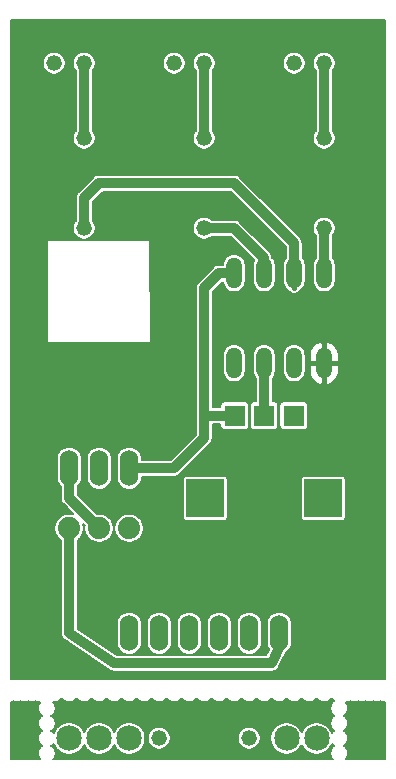
<source format=gbr>
%TF.GenerationSoftware,KiCad,Pcbnew,(5.1.12-1-10_14)*%
%TF.CreationDate,2021-11-23T12:12:06-05:00*%
%TF.ProjectId,EMB2,454d4232-2e6b-4696-9361-645f70636258,rev?*%
%TF.SameCoordinates,Original*%
%TF.FileFunction,Copper,L2,Bot*%
%TF.FilePolarity,Positive*%
%FSLAX46Y46*%
G04 Gerber Fmt 4.6, Leading zero omitted, Abs format (unit mm)*
G04 Created by KiCad (PCBNEW (5.1.12-1-10_14)) date 2021-11-23 12:12:06*
%MOMM*%
%LPD*%
G01*
G04 APERTURE LIST*
%TA.AperFunction,ComponentPad*%
%ADD10R,3.216000X3.216000*%
%TD*%
%TA.AperFunction,ComponentPad*%
%ADD11R,1.800000X1.800000*%
%TD*%
%TA.AperFunction,ComponentPad*%
%ADD12O,1.320800X2.641600*%
%TD*%
%TA.AperFunction,ComponentPad*%
%ADD13O,1.524000X3.048000*%
%TD*%
%TA.AperFunction,ComponentPad*%
%ADD14C,1.320800*%
%TD*%
%TA.AperFunction,ComponentPad*%
%ADD15C,1.879600*%
%TD*%
%TA.AperFunction,ComponentPad*%
%ADD16C,2.159000*%
%TD*%
%TA.AperFunction,Conductor*%
%ADD17C,0.812800*%
%TD*%
%TA.AperFunction,Conductor*%
%ADD18C,0.406400*%
%TD*%
%TA.AperFunction,Conductor*%
%ADD19C,0.203200*%
%TD*%
%TA.AperFunction,Conductor*%
%ADD20C,0.100000*%
%TD*%
%TA.AperFunction,NonConductor*%
%ADD21C,0.203200*%
%TD*%
%TA.AperFunction,NonConductor*%
%ADD22C,0.100000*%
%TD*%
G04 APERTURE END LIST*
D10*
%TO.P,10K_LIN_POT,S2*%
%TO.N,N/C*%
X149063600Y-114206100D03*
%TO.P,10K_LIN_POT,S1*%
X159063600Y-114206100D03*
D11*
%TO.P,10K_LIN_POT,3*%
X151563600Y-107206100D03*
%TO.P,10K_LIN_POT,2*%
X154063600Y-107206100D03*
%TO.P,10K_LIN_POT,1*%
X156563600Y-107206100D03*
%TD*%
D12*
%TO.P,IC1,8*%
%TO.N,Net-(IC1-Pad8)*%
X151523600Y-95156100D03*
%TO.P,IC1,7*%
%TO.N,Net-(IC1-Pad7)*%
X154063600Y-95156100D03*
%TO.P,IC1,6*%
%TO.N,Net-(IC1-Pad6)*%
X156603600Y-95156100D03*
%TO.P,IC1,5*%
%TO.N,Net-(IC1-Pad5)*%
X159143600Y-95156100D03*
%TO.P,IC1,4*%
%TO.N,Net-(G1-Pad-)*%
X159143600Y-102776100D03*
%TO.P,IC1,3*%
%TO.N,N/C*%
X156603600Y-102776100D03*
%TO.P,IC1,2*%
X154063600Y-102776100D03*
%TO.P,IC1,1*%
X151523600Y-102776100D03*
%TD*%
D13*
%TO.P,7805,OUT*%
%TO.N,N/C*%
X142633600Y-111666100D03*
%TO.P,7805,GND*%
%TO.N,GND*%
X140093600Y-111666100D03*
%TO.P,7805,IN*%
%TO.N,N/C*%
X137553600Y-111666100D03*
%TD*%
D14*
%TO.P,L1,K*%
%TO.N,GND*%
X156603600Y-77376100D03*
%TO.P,L1,A*%
%TO.N,N/C*%
X159143600Y-77376100D03*
%TD*%
%TO.P,L2,K*%
%TO.N,GND*%
X136283600Y-77376100D03*
%TO.P,L2,A*%
%TO.N,N/C*%
X138823600Y-77376100D03*
%TD*%
%TO.P,L3,K*%
%TO.N,GND*%
X146443600Y-77376100D03*
%TO.P,L3,A*%
%TO.N,N/C*%
X148983600Y-77376100D03*
%TD*%
%TO.P,R1,2*%
%TO.N,Net-(LED1-PadA)*%
X159143600Y-83726100D03*
%TO.P,R1,1*%
%TO.N,Net-(IC1-Pad5)*%
X159143600Y-91346100D03*
%TD*%
%TO.P,R2,2*%
%TO.N,Net-(LED2-PadA)*%
X138823600Y-83726100D03*
%TO.P,R2,1*%
%TO.N,Net-(IC1-Pad6)*%
X138823600Y-91346100D03*
%TD*%
%TO.P,R3,2*%
%TO.N,Net-(LED3-PadA)*%
X148983600Y-83726100D03*
%TO.P,R3,1*%
%TO.N,Net-(IC1-Pad7)*%
X148983600Y-91346100D03*
%TD*%
D15*
%TO.P,S1,3*%
%TO.N,N/C*%
X137553600Y-116746100D03*
%TO.P,S1,2*%
%TO.N,Net-(L7805CV1-PadIN)*%
X140093600Y-116746100D03*
%TO.P,S1,1*%
%TO.N,N/C*%
X142633600Y-116746100D03*
%TD*%
D13*
%TO.P,E$2,6*%
%TO.N,N/C*%
X155333600Y-125636100D03*
%TO.P,E$2,5*%
X152793600Y-125636100D03*
%TO.P,E$2,4*%
X150253600Y-125636100D03*
%TO.P,E$2,3*%
X147713600Y-125636100D03*
%TO.P,E$2,2*%
X145173600Y-125636100D03*
%TO.P,E$2,1*%
%TO.N,GND*%
X142633600Y-125636100D03*
%TD*%
D14*
%TO.P,PRACTICE,2*%
%TO.N,N/C*%
X152793600Y-134526100D03*
%TO.P,PRACTICE,1*%
X145173600Y-134526100D03*
%TD*%
D16*
%TO.P,E$5,MP*%
%TO.N,N/C*%
X137553600Y-134526100D03*
%TD*%
%TO.P,E$6,MP*%
%TO.N,N/C*%
X140093600Y-134526100D03*
%TD*%
%TO.P,E$7,MP*%
%TO.N,N/C*%
X142633600Y-134526100D03*
%TD*%
%TO.P,E$8,MP*%
%TO.N,N/C*%
X158508600Y-134526100D03*
%TD*%
%TO.P,E$9,MP*%
%TO.N,N/C*%
X155968600Y-134526100D03*
%TD*%
D17*
%TO.N,*%
X154698600Y-128176100D02*
X155333600Y-126906100D01*
X141363600Y-128176100D02*
X154698600Y-128176100D01*
X137553600Y-125636100D02*
X141363600Y-128176100D01*
X137553600Y-125636100D02*
X137553600Y-116746100D01*
X155333600Y-126906100D02*
X155333600Y-125636100D01*
X154063600Y-107221100D02*
X154063600Y-102776100D01*
D18*
X145173600Y-125636100D02*
X145173600Y-124366100D01*
D17*
%TO.N,GND*%
X142633600Y-125636100D02*
X142633600Y-125001100D01*
%TO.N,Net-(IC1-Pad8)*%
X150253600Y-95156100D02*
X151523600Y-95156100D01*
X148983600Y-96426100D02*
X150253600Y-95156100D01*
X146443600Y-111666100D02*
X148983600Y-109126100D01*
X142633600Y-111666100D02*
X146443600Y-111666100D01*
X148983600Y-109126100D02*
X148983600Y-107221100D01*
X148983600Y-107221100D02*
X148983600Y-96426100D01*
X148983600Y-107221100D02*
X151523600Y-107221100D01*
%TO.N,Net-(IC1-Pad7)*%
X154063600Y-95156100D02*
X154063600Y-93886100D01*
X154063600Y-93886100D02*
X151523600Y-91346100D01*
X151523600Y-91346100D02*
X148983600Y-91346100D01*
D18*
%TO.N,Net-(IC1-Pad6)*%
X156603600Y-95156100D02*
X156603600Y-96426100D01*
D17*
X156603600Y-95156100D02*
X156603600Y-92616100D01*
X156603600Y-92616100D02*
X151523600Y-87536100D01*
X151523600Y-87536100D02*
X140093600Y-87536100D01*
X140093600Y-87536100D02*
X138823600Y-88806100D01*
X138823600Y-88806100D02*
X138823600Y-91346100D01*
%TO.N,Net-(IC1-Pad5)*%
X159143600Y-95156100D02*
X159143600Y-91346100D01*
%TO.N,Net-(LED1-PadA)*%
X159143600Y-83726100D02*
X159143600Y-77376100D01*
%TO.N,Net-(LED2-PadA)*%
X138823600Y-83726100D02*
X138823600Y-77376100D01*
%TO.N,Net-(LED3-PadA)*%
X148983600Y-83726100D02*
X148983600Y-77376100D01*
%TO.N,Net-(L7805CV1-PadIN)*%
X137553600Y-114206100D02*
X137553600Y-111666100D01*
X140093600Y-116746100D02*
X137553600Y-114206100D01*
%TD*%
D19*
%TO.N,Net-(G1-Pad-)*%
X164325200Y-129547700D02*
X132600201Y-129547700D01*
X132600201Y-116623833D01*
X136312200Y-116623833D01*
X136312200Y-116868367D01*
X136359906Y-117108203D01*
X136453485Y-117334124D01*
X136589341Y-117537447D01*
X136762253Y-117710359D01*
X136845601Y-117766050D01*
X136845600Y-125601701D01*
X136842176Y-125636844D01*
X136848957Y-125704960D01*
X136855845Y-125774891D01*
X136855956Y-125775256D01*
X136855992Y-125775621D01*
X136876012Y-125841374D01*
X136896329Y-125908350D01*
X136896505Y-125908680D01*
X136896614Y-125909037D01*
X136929260Y-125969959D01*
X136962072Y-126031346D01*
X136962311Y-126031637D01*
X136962486Y-126031964D01*
X137006470Y-126085445D01*
X137050547Y-126139152D01*
X137050835Y-126139388D01*
X137051074Y-126139679D01*
X137104652Y-126183556D01*
X137158353Y-126227628D01*
X137189504Y-126244278D01*
X140941629Y-128745696D01*
X140968353Y-128767628D01*
X140999499Y-128784276D01*
X140999805Y-128784480D01*
X141029993Y-128800575D01*
X141091349Y-128833371D01*
X141091707Y-128833480D01*
X141092036Y-128833655D01*
X141158419Y-128853716D01*
X141224808Y-128873855D01*
X141225179Y-128873892D01*
X141225538Y-128874000D01*
X141294395Y-128880709D01*
X141328826Y-128884100D01*
X141329201Y-128884100D01*
X141364344Y-128887524D01*
X141398737Y-128884100D01*
X154638594Y-128884100D01*
X154648169Y-128885735D01*
X154708200Y-128884100D01*
X154733374Y-128884100D01*
X154742996Y-128883152D01*
X154787580Y-128881938D01*
X154812228Y-128876333D01*
X154837392Y-128873855D01*
X154880088Y-128860903D01*
X154923572Y-128851016D01*
X154946650Y-128840712D01*
X154970851Y-128833371D01*
X155010198Y-128812340D01*
X155050918Y-128794159D01*
X155071546Y-128779548D01*
X155093847Y-128767628D01*
X155128330Y-128739328D01*
X155164726Y-128713549D01*
X155182109Y-128695192D01*
X155201653Y-128679153D01*
X155229955Y-128644667D01*
X155260621Y-128612284D01*
X155274086Y-128590894D01*
X155290128Y-128571347D01*
X155311157Y-128532005D01*
X155316303Y-128523830D01*
X155327553Y-128501331D01*
X155355871Y-128448351D01*
X155358692Y-128439053D01*
X155940064Y-127276306D01*
X156089318Y-127153818D01*
X156222230Y-126991863D01*
X156320993Y-126807091D01*
X156381810Y-126606602D01*
X156397200Y-126450347D01*
X156397200Y-124821853D01*
X156381810Y-124665598D01*
X156320993Y-124465109D01*
X156222230Y-124280337D01*
X156089318Y-124118382D01*
X155927363Y-123985470D01*
X155742590Y-123886707D01*
X155542101Y-123825890D01*
X155333600Y-123805354D01*
X155125098Y-123825890D01*
X154924609Y-123886707D01*
X154739837Y-123985470D01*
X154577882Y-124118382D01*
X154444970Y-124280337D01*
X154346207Y-124465110D01*
X154285390Y-124665599D01*
X154270000Y-124821854D01*
X154270000Y-126450347D01*
X154285391Y-126606602D01*
X154346208Y-126807091D01*
X154444971Y-126991863D01*
X154478638Y-127032887D01*
X154261033Y-127468100D01*
X141577965Y-127468100D01*
X138261600Y-125257191D01*
X138261600Y-124821854D01*
X141570000Y-124821854D01*
X141570000Y-126450347D01*
X141585391Y-126606602D01*
X141646208Y-126807091D01*
X141744971Y-126991863D01*
X141877883Y-127153818D01*
X142039838Y-127286730D01*
X142224610Y-127385493D01*
X142425099Y-127446310D01*
X142633600Y-127466846D01*
X142842102Y-127446310D01*
X143042591Y-127385493D01*
X143227363Y-127286730D01*
X143389318Y-127153818D01*
X143522230Y-126991863D01*
X143620993Y-126807091D01*
X143681810Y-126606602D01*
X143697200Y-126450347D01*
X143697200Y-124821854D01*
X144110000Y-124821854D01*
X144110000Y-126450347D01*
X144125391Y-126606602D01*
X144186208Y-126807091D01*
X144284971Y-126991863D01*
X144417883Y-127153818D01*
X144579838Y-127286730D01*
X144764610Y-127385493D01*
X144965099Y-127446310D01*
X145173600Y-127466846D01*
X145382102Y-127446310D01*
X145582591Y-127385493D01*
X145767363Y-127286730D01*
X145929318Y-127153818D01*
X146062230Y-126991863D01*
X146160993Y-126807091D01*
X146221810Y-126606602D01*
X146237200Y-126450347D01*
X146237200Y-124821854D01*
X146650000Y-124821854D01*
X146650000Y-126450347D01*
X146665391Y-126606602D01*
X146726208Y-126807091D01*
X146824971Y-126991863D01*
X146957883Y-127153818D01*
X147119838Y-127286730D01*
X147304610Y-127385493D01*
X147505099Y-127446310D01*
X147713600Y-127466846D01*
X147922102Y-127446310D01*
X148122591Y-127385493D01*
X148307363Y-127286730D01*
X148469318Y-127153818D01*
X148602230Y-126991863D01*
X148700993Y-126807091D01*
X148761810Y-126606602D01*
X148777200Y-126450347D01*
X148777200Y-124821854D01*
X149190000Y-124821854D01*
X149190000Y-126450347D01*
X149205391Y-126606602D01*
X149266208Y-126807091D01*
X149364971Y-126991863D01*
X149497883Y-127153818D01*
X149659838Y-127286730D01*
X149844610Y-127385493D01*
X150045099Y-127446310D01*
X150253600Y-127466846D01*
X150462102Y-127446310D01*
X150662591Y-127385493D01*
X150847363Y-127286730D01*
X151009318Y-127153818D01*
X151142230Y-126991863D01*
X151240993Y-126807091D01*
X151301810Y-126606602D01*
X151317200Y-126450347D01*
X151317200Y-124821854D01*
X151730000Y-124821854D01*
X151730000Y-126450347D01*
X151745391Y-126606602D01*
X151806208Y-126807091D01*
X151904971Y-126991863D01*
X152037883Y-127153818D01*
X152199838Y-127286730D01*
X152384610Y-127385493D01*
X152585099Y-127446310D01*
X152793600Y-127466846D01*
X153002102Y-127446310D01*
X153202591Y-127385493D01*
X153387363Y-127286730D01*
X153549318Y-127153818D01*
X153682230Y-126991863D01*
X153780993Y-126807091D01*
X153841810Y-126606602D01*
X153857200Y-126450347D01*
X153857200Y-124821853D01*
X153841810Y-124665598D01*
X153780993Y-124465109D01*
X153682230Y-124280337D01*
X153549318Y-124118382D01*
X153387363Y-123985470D01*
X153202590Y-123886707D01*
X153002101Y-123825890D01*
X152793600Y-123805354D01*
X152585098Y-123825890D01*
X152384609Y-123886707D01*
X152199837Y-123985470D01*
X152037882Y-124118382D01*
X151904970Y-124280337D01*
X151806207Y-124465110D01*
X151745390Y-124665599D01*
X151730000Y-124821854D01*
X151317200Y-124821854D01*
X151317200Y-124821853D01*
X151301810Y-124665598D01*
X151240993Y-124465109D01*
X151142230Y-124280337D01*
X151009318Y-124118382D01*
X150847363Y-123985470D01*
X150662590Y-123886707D01*
X150462101Y-123825890D01*
X150253600Y-123805354D01*
X150045098Y-123825890D01*
X149844609Y-123886707D01*
X149659837Y-123985470D01*
X149497882Y-124118382D01*
X149364970Y-124280337D01*
X149266207Y-124465110D01*
X149205390Y-124665599D01*
X149190000Y-124821854D01*
X148777200Y-124821854D01*
X148777200Y-124821853D01*
X148761810Y-124665598D01*
X148700993Y-124465109D01*
X148602230Y-124280337D01*
X148469318Y-124118382D01*
X148307363Y-123985470D01*
X148122590Y-123886707D01*
X147922101Y-123825890D01*
X147713600Y-123805354D01*
X147505098Y-123825890D01*
X147304609Y-123886707D01*
X147119837Y-123985470D01*
X146957882Y-124118382D01*
X146824970Y-124280337D01*
X146726207Y-124465110D01*
X146665390Y-124665599D01*
X146650000Y-124821854D01*
X146237200Y-124821854D01*
X146237200Y-124821853D01*
X146221810Y-124665598D01*
X146160993Y-124465109D01*
X146062230Y-124280337D01*
X145929318Y-124118382D01*
X145767363Y-123985470D01*
X145582590Y-123886707D01*
X145382101Y-123825890D01*
X145173600Y-123805354D01*
X144965098Y-123825890D01*
X144764609Y-123886707D01*
X144579837Y-123985470D01*
X144417882Y-124118382D01*
X144284970Y-124280337D01*
X144186207Y-124465110D01*
X144125390Y-124665599D01*
X144110000Y-124821854D01*
X143697200Y-124821854D01*
X143697200Y-124821853D01*
X143681810Y-124665598D01*
X143620993Y-124465109D01*
X143522230Y-124280337D01*
X143389318Y-124118382D01*
X143227363Y-123985470D01*
X143042590Y-123886707D01*
X142842101Y-123825890D01*
X142633600Y-123805354D01*
X142425098Y-123825890D01*
X142224609Y-123886707D01*
X142039837Y-123985470D01*
X141877882Y-124118382D01*
X141744970Y-124280337D01*
X141646207Y-124465110D01*
X141585390Y-124665599D01*
X141570000Y-124821854D01*
X138261600Y-124821854D01*
X138261600Y-117766050D01*
X138344947Y-117710359D01*
X138517859Y-117537447D01*
X138653715Y-117334124D01*
X138747294Y-117108203D01*
X138795000Y-116868367D01*
X138795000Y-116623833D01*
X138751530Y-116405293D01*
X138871756Y-116525519D01*
X138852200Y-116623833D01*
X138852200Y-116868367D01*
X138899906Y-117108203D01*
X138993485Y-117334124D01*
X139129341Y-117537447D01*
X139302253Y-117710359D01*
X139505576Y-117846215D01*
X139731497Y-117939794D01*
X139971333Y-117987500D01*
X140215867Y-117987500D01*
X140455703Y-117939794D01*
X140681624Y-117846215D01*
X140884947Y-117710359D01*
X141057859Y-117537447D01*
X141193715Y-117334124D01*
X141287294Y-117108203D01*
X141335000Y-116868367D01*
X141335000Y-116623833D01*
X141392200Y-116623833D01*
X141392200Y-116868367D01*
X141439906Y-117108203D01*
X141533485Y-117334124D01*
X141669341Y-117537447D01*
X141842253Y-117710359D01*
X142045576Y-117846215D01*
X142271497Y-117939794D01*
X142511333Y-117987500D01*
X142755867Y-117987500D01*
X142995703Y-117939794D01*
X143221624Y-117846215D01*
X143424947Y-117710359D01*
X143597859Y-117537447D01*
X143733715Y-117334124D01*
X143827294Y-117108203D01*
X143875000Y-116868367D01*
X143875000Y-116623833D01*
X143827294Y-116383997D01*
X143733715Y-116158076D01*
X143597859Y-115954753D01*
X143424947Y-115781841D01*
X143221624Y-115645985D01*
X142995703Y-115552406D01*
X142755867Y-115504700D01*
X142511333Y-115504700D01*
X142271497Y-115552406D01*
X142045576Y-115645985D01*
X141842253Y-115781841D01*
X141669341Y-115954753D01*
X141533485Y-116158076D01*
X141439906Y-116383997D01*
X141392200Y-116623833D01*
X141335000Y-116623833D01*
X141287294Y-116383997D01*
X141193715Y-116158076D01*
X141057859Y-115954753D01*
X140884947Y-115781841D01*
X140681624Y-115645985D01*
X140455703Y-115552406D01*
X140215867Y-115504700D01*
X139971333Y-115504700D01*
X139873019Y-115524256D01*
X138261600Y-113912838D01*
X138261600Y-113222979D01*
X138309318Y-113183818D01*
X138442230Y-113021863D01*
X138540993Y-112837091D01*
X138601810Y-112636602D01*
X138617200Y-112480347D01*
X138617200Y-110851854D01*
X139030000Y-110851854D01*
X139030000Y-112480347D01*
X139045391Y-112636602D01*
X139106208Y-112837091D01*
X139204971Y-113021863D01*
X139337883Y-113183818D01*
X139499838Y-113316730D01*
X139684610Y-113415493D01*
X139885099Y-113476310D01*
X140093600Y-113496846D01*
X140302102Y-113476310D01*
X140502591Y-113415493D01*
X140687363Y-113316730D01*
X140849318Y-113183818D01*
X140982230Y-113021863D01*
X141080993Y-112837091D01*
X141141810Y-112636602D01*
X141157200Y-112480347D01*
X141157200Y-110851854D01*
X141570000Y-110851854D01*
X141570000Y-112480347D01*
X141585391Y-112636602D01*
X141646208Y-112837091D01*
X141744971Y-113021863D01*
X141877883Y-113183818D01*
X142039838Y-113316730D01*
X142224610Y-113415493D01*
X142425099Y-113476310D01*
X142633600Y-113496846D01*
X142842102Y-113476310D01*
X143042591Y-113415493D01*
X143227363Y-113316730D01*
X143389318Y-113183818D01*
X143522230Y-113021863D01*
X143620993Y-112837091D01*
X143681810Y-112636602D01*
X143685602Y-112598100D01*
X147152541Y-112598100D01*
X147152541Y-115814100D01*
X147158364Y-115873224D01*
X147175610Y-115930076D01*
X147203616Y-115982471D01*
X147241305Y-116028395D01*
X147287229Y-116066084D01*
X147339624Y-116094090D01*
X147396476Y-116111336D01*
X147455600Y-116117159D01*
X150671600Y-116117159D01*
X150730724Y-116111336D01*
X150787576Y-116094090D01*
X150839971Y-116066084D01*
X150885895Y-116028395D01*
X150923584Y-115982471D01*
X150951590Y-115930076D01*
X150968836Y-115873224D01*
X150974659Y-115814100D01*
X150974659Y-112598100D01*
X157152541Y-112598100D01*
X157152541Y-115814100D01*
X157158364Y-115873224D01*
X157175610Y-115930076D01*
X157203616Y-115982471D01*
X157241305Y-116028395D01*
X157287229Y-116066084D01*
X157339624Y-116094090D01*
X157396476Y-116111336D01*
X157455600Y-116117159D01*
X160671600Y-116117159D01*
X160730724Y-116111336D01*
X160787576Y-116094090D01*
X160839971Y-116066084D01*
X160885895Y-116028395D01*
X160923584Y-115982471D01*
X160951590Y-115930076D01*
X160968836Y-115873224D01*
X160974659Y-115814100D01*
X160974659Y-112598100D01*
X160968836Y-112538976D01*
X160951590Y-112482124D01*
X160923584Y-112429729D01*
X160885895Y-112383805D01*
X160839971Y-112346116D01*
X160787576Y-112318110D01*
X160730724Y-112300864D01*
X160671600Y-112295041D01*
X157455600Y-112295041D01*
X157396476Y-112300864D01*
X157339624Y-112318110D01*
X157287229Y-112346116D01*
X157241305Y-112383805D01*
X157203616Y-112429729D01*
X157175610Y-112482124D01*
X157158364Y-112538976D01*
X157152541Y-112598100D01*
X150974659Y-112598100D01*
X150968836Y-112538976D01*
X150951590Y-112482124D01*
X150923584Y-112429729D01*
X150885895Y-112383805D01*
X150839971Y-112346116D01*
X150787576Y-112318110D01*
X150730724Y-112300864D01*
X150671600Y-112295041D01*
X147455600Y-112295041D01*
X147396476Y-112300864D01*
X147339624Y-112318110D01*
X147287229Y-112346116D01*
X147241305Y-112383805D01*
X147203616Y-112429729D01*
X147175610Y-112482124D01*
X147158364Y-112538976D01*
X147152541Y-112598100D01*
X143685602Y-112598100D01*
X143697200Y-112480347D01*
X143697200Y-112374100D01*
X146408834Y-112374100D01*
X146443600Y-112377524D01*
X146478366Y-112374100D01*
X146478374Y-112374100D01*
X146582392Y-112363855D01*
X146715851Y-112323371D01*
X146838847Y-112257628D01*
X146946653Y-112169153D01*
X146968823Y-112142139D01*
X149459649Y-109651314D01*
X149486652Y-109629153D01*
X149508814Y-109602149D01*
X149508820Y-109602143D01*
X149541794Y-109561963D01*
X149575128Y-109521347D01*
X149640871Y-109398351D01*
X149681355Y-109264892D01*
X149691600Y-109160874D01*
X149691600Y-109160865D01*
X149695024Y-109126101D01*
X149691600Y-109091337D01*
X149691600Y-107929100D01*
X150360541Y-107929100D01*
X150360541Y-108106100D01*
X150366364Y-108165224D01*
X150383610Y-108222076D01*
X150411616Y-108274471D01*
X150449305Y-108320395D01*
X150495229Y-108358084D01*
X150547624Y-108386090D01*
X150604476Y-108403336D01*
X150663600Y-108409159D01*
X152463600Y-108409159D01*
X152522724Y-108403336D01*
X152579576Y-108386090D01*
X152631971Y-108358084D01*
X152677895Y-108320395D01*
X152715584Y-108274471D01*
X152743590Y-108222076D01*
X152760836Y-108165224D01*
X152766659Y-108106100D01*
X152766659Y-106306100D01*
X152860541Y-106306100D01*
X152860541Y-108106100D01*
X152866364Y-108165224D01*
X152883610Y-108222076D01*
X152911616Y-108274471D01*
X152949305Y-108320395D01*
X152995229Y-108358084D01*
X153047624Y-108386090D01*
X153104476Y-108403336D01*
X153163600Y-108409159D01*
X154963600Y-108409159D01*
X155022724Y-108403336D01*
X155079576Y-108386090D01*
X155131971Y-108358084D01*
X155177895Y-108320395D01*
X155215584Y-108274471D01*
X155243590Y-108222076D01*
X155260836Y-108165224D01*
X155266659Y-108106100D01*
X155266659Y-106306100D01*
X155360541Y-106306100D01*
X155360541Y-108106100D01*
X155366364Y-108165224D01*
X155383610Y-108222076D01*
X155411616Y-108274471D01*
X155449305Y-108320395D01*
X155495229Y-108358084D01*
X155547624Y-108386090D01*
X155604476Y-108403336D01*
X155663600Y-108409159D01*
X157463600Y-108409159D01*
X157522724Y-108403336D01*
X157579576Y-108386090D01*
X157631971Y-108358084D01*
X157677895Y-108320395D01*
X157715584Y-108274471D01*
X157743590Y-108222076D01*
X157760836Y-108165224D01*
X157766659Y-108106100D01*
X157766659Y-106306100D01*
X157760836Y-106246976D01*
X157743590Y-106190124D01*
X157715584Y-106137729D01*
X157677895Y-106091805D01*
X157631971Y-106054116D01*
X157579576Y-106026110D01*
X157522724Y-106008864D01*
X157463600Y-106003041D01*
X155663600Y-106003041D01*
X155604476Y-106008864D01*
X155547624Y-106026110D01*
X155495229Y-106054116D01*
X155449305Y-106091805D01*
X155411616Y-106137729D01*
X155383610Y-106190124D01*
X155366364Y-106246976D01*
X155360541Y-106306100D01*
X155266659Y-106306100D01*
X155260836Y-106246976D01*
X155243590Y-106190124D01*
X155215584Y-106137729D01*
X155177895Y-106091805D01*
X155131971Y-106054116D01*
X155079576Y-106026110D01*
X155022724Y-106008864D01*
X154963600Y-106003041D01*
X154771600Y-106003041D01*
X154771600Y-104090208D01*
X154867343Y-103973544D01*
X154956672Y-103806422D01*
X155011680Y-103625085D01*
X155025600Y-103483753D01*
X155025600Y-102068448D01*
X155641600Y-102068448D01*
X155641601Y-103483753D01*
X155655521Y-103625085D01*
X155710529Y-103806422D01*
X155799858Y-103973544D01*
X155920073Y-104120028D01*
X156066557Y-104240243D01*
X156233679Y-104329572D01*
X156415016Y-104384580D01*
X156603600Y-104403154D01*
X156792185Y-104384580D01*
X156973522Y-104329572D01*
X157140644Y-104240243D01*
X157287128Y-104120028D01*
X157407343Y-103973544D01*
X157496672Y-103806422D01*
X157551680Y-103625085D01*
X157565600Y-103483753D01*
X157565600Y-102902700D01*
X157925200Y-102902700D01*
X157925200Y-103563100D01*
X157973310Y-103798365D01*
X158066393Y-104019724D01*
X158200873Y-104218670D01*
X158371581Y-104387558D01*
X158571957Y-104519897D01*
X158794301Y-104610602D01*
X158828991Y-104613581D01*
X159017000Y-104507947D01*
X159017000Y-102902700D01*
X159270200Y-102902700D01*
X159270200Y-104507947D01*
X159458209Y-104613581D01*
X159492899Y-104610602D01*
X159715243Y-104519897D01*
X159915619Y-104387558D01*
X160086327Y-104218670D01*
X160220807Y-104019724D01*
X160313890Y-103798365D01*
X160362000Y-103563100D01*
X160362000Y-102902700D01*
X159270200Y-102902700D01*
X159017000Y-102902700D01*
X157925200Y-102902700D01*
X157565600Y-102902700D01*
X157565600Y-102068447D01*
X157557785Y-101989100D01*
X157925200Y-101989100D01*
X157925200Y-102649500D01*
X159017000Y-102649500D01*
X159017000Y-101044253D01*
X159270200Y-101044253D01*
X159270200Y-102649500D01*
X160362000Y-102649500D01*
X160362000Y-101989100D01*
X160313890Y-101753835D01*
X160220807Y-101532476D01*
X160086327Y-101333530D01*
X159915619Y-101164642D01*
X159715243Y-101032303D01*
X159492899Y-100941598D01*
X159458209Y-100938619D01*
X159270200Y-101044253D01*
X159017000Y-101044253D01*
X158828991Y-100938619D01*
X158794301Y-100941598D01*
X158571957Y-101032303D01*
X158371581Y-101164642D01*
X158200873Y-101333530D01*
X158066393Y-101532476D01*
X157973310Y-101753835D01*
X157925200Y-101989100D01*
X157557785Y-101989100D01*
X157551680Y-101927115D01*
X157496672Y-101745778D01*
X157407343Y-101578656D01*
X157287128Y-101432172D01*
X157140644Y-101311957D01*
X156973521Y-101222628D01*
X156792184Y-101167620D01*
X156603600Y-101149046D01*
X156415015Y-101167620D01*
X156233678Y-101222628D01*
X156066556Y-101311957D01*
X155920072Y-101432172D01*
X155799857Y-101578656D01*
X155710528Y-101745779D01*
X155655520Y-101927116D01*
X155641600Y-102068448D01*
X155025600Y-102068448D01*
X155025600Y-102068447D01*
X155011680Y-101927115D01*
X154956672Y-101745778D01*
X154867343Y-101578656D01*
X154747128Y-101432172D01*
X154600644Y-101311957D01*
X154433521Y-101222628D01*
X154252184Y-101167620D01*
X154063600Y-101149046D01*
X153875015Y-101167620D01*
X153693678Y-101222628D01*
X153526556Y-101311957D01*
X153380072Y-101432172D01*
X153259857Y-101578656D01*
X153170528Y-101745779D01*
X153115520Y-101927116D01*
X153101600Y-102068448D01*
X153101601Y-103483753D01*
X153115521Y-103625085D01*
X153170529Y-103806422D01*
X153259858Y-103973544D01*
X153355601Y-104090208D01*
X153355600Y-106003041D01*
X153163600Y-106003041D01*
X153104476Y-106008864D01*
X153047624Y-106026110D01*
X152995229Y-106054116D01*
X152949305Y-106091805D01*
X152911616Y-106137729D01*
X152883610Y-106190124D01*
X152866364Y-106246976D01*
X152860541Y-106306100D01*
X152766659Y-106306100D01*
X152760836Y-106246976D01*
X152743590Y-106190124D01*
X152715584Y-106137729D01*
X152677895Y-106091805D01*
X152631971Y-106054116D01*
X152579576Y-106026110D01*
X152522724Y-106008864D01*
X152463600Y-106003041D01*
X150663600Y-106003041D01*
X150604476Y-106008864D01*
X150547624Y-106026110D01*
X150495229Y-106054116D01*
X150449305Y-106091805D01*
X150411616Y-106137729D01*
X150383610Y-106190124D01*
X150366364Y-106246976D01*
X150360541Y-106306100D01*
X150360541Y-106513100D01*
X149691600Y-106513100D01*
X149691600Y-102068448D01*
X150561600Y-102068448D01*
X150561601Y-103483753D01*
X150575521Y-103625085D01*
X150630529Y-103806422D01*
X150719858Y-103973544D01*
X150840073Y-104120028D01*
X150986557Y-104240243D01*
X151153679Y-104329572D01*
X151335016Y-104384580D01*
X151523600Y-104403154D01*
X151712185Y-104384580D01*
X151893522Y-104329572D01*
X152060644Y-104240243D01*
X152207128Y-104120028D01*
X152327343Y-103973544D01*
X152416672Y-103806422D01*
X152471680Y-103625085D01*
X152485600Y-103483753D01*
X152485600Y-102068447D01*
X152471680Y-101927115D01*
X152416672Y-101745778D01*
X152327343Y-101578656D01*
X152207128Y-101432172D01*
X152060644Y-101311957D01*
X151893521Y-101222628D01*
X151712184Y-101167620D01*
X151523600Y-101149046D01*
X151335015Y-101167620D01*
X151153678Y-101222628D01*
X150986556Y-101311957D01*
X150840072Y-101432172D01*
X150719857Y-101578656D01*
X150630528Y-101745779D01*
X150575520Y-101927116D01*
X150561600Y-102068448D01*
X149691600Y-102068448D01*
X149691600Y-96719362D01*
X150546863Y-95864100D01*
X150561635Y-95864100D01*
X150575521Y-96005085D01*
X150630529Y-96186422D01*
X150719858Y-96353544D01*
X150840073Y-96500028D01*
X150986557Y-96620243D01*
X151153679Y-96709572D01*
X151335016Y-96764580D01*
X151523600Y-96783154D01*
X151712185Y-96764580D01*
X151893522Y-96709572D01*
X152060644Y-96620243D01*
X152207128Y-96500028D01*
X152327343Y-96353544D01*
X152416672Y-96186422D01*
X152471680Y-96005085D01*
X152485600Y-95863753D01*
X152485600Y-94448447D01*
X152471680Y-94307115D01*
X152416672Y-94125778D01*
X152327343Y-93958656D01*
X152207128Y-93812172D01*
X152060644Y-93691957D01*
X151893521Y-93602628D01*
X151712184Y-93547620D01*
X151523600Y-93529046D01*
X151335015Y-93547620D01*
X151153678Y-93602628D01*
X150986556Y-93691957D01*
X150840072Y-93812172D01*
X150719857Y-93958656D01*
X150630528Y-94125779D01*
X150575520Y-94307116D01*
X150561634Y-94448100D01*
X150288366Y-94448100D01*
X150253599Y-94444676D01*
X150218833Y-94448100D01*
X150218826Y-94448100D01*
X150114808Y-94458345D01*
X149981349Y-94498829D01*
X149858353Y-94564572D01*
X149750547Y-94653047D01*
X149728381Y-94680056D01*
X148507556Y-95900882D01*
X148480548Y-95923047D01*
X148458382Y-95950056D01*
X148458380Y-95950058D01*
X148392072Y-96030854D01*
X148326329Y-96153850D01*
X148285845Y-96287309D01*
X148272176Y-96426100D01*
X148275601Y-96460876D01*
X148275600Y-107186326D01*
X148272175Y-107221100D01*
X148275601Y-107255884D01*
X148275600Y-108832837D01*
X146150338Y-110958100D01*
X143697200Y-110958100D01*
X143697200Y-110851853D01*
X143681810Y-110695598D01*
X143620993Y-110495109D01*
X143522230Y-110310337D01*
X143389318Y-110148382D01*
X143227363Y-110015470D01*
X143042590Y-109916707D01*
X142842101Y-109855890D01*
X142633600Y-109835354D01*
X142425098Y-109855890D01*
X142224609Y-109916707D01*
X142039837Y-110015470D01*
X141877882Y-110148382D01*
X141744970Y-110310337D01*
X141646207Y-110495110D01*
X141585390Y-110695599D01*
X141570000Y-110851854D01*
X141157200Y-110851854D01*
X141157200Y-110851853D01*
X141141810Y-110695598D01*
X141080993Y-110495109D01*
X140982230Y-110310337D01*
X140849318Y-110148382D01*
X140687363Y-110015470D01*
X140502590Y-109916707D01*
X140302101Y-109855890D01*
X140093600Y-109835354D01*
X139885098Y-109855890D01*
X139684609Y-109916707D01*
X139499837Y-110015470D01*
X139337882Y-110148382D01*
X139204970Y-110310337D01*
X139106207Y-110495110D01*
X139045390Y-110695599D01*
X139030000Y-110851854D01*
X138617200Y-110851854D01*
X138617200Y-110851853D01*
X138601810Y-110695598D01*
X138540993Y-110495109D01*
X138442230Y-110310337D01*
X138309318Y-110148382D01*
X138147363Y-110015470D01*
X137962590Y-109916707D01*
X137762101Y-109855890D01*
X137553600Y-109835354D01*
X137345098Y-109855890D01*
X137144609Y-109916707D01*
X136959837Y-110015470D01*
X136797882Y-110148382D01*
X136664970Y-110310337D01*
X136566207Y-110495110D01*
X136505390Y-110695599D01*
X136490000Y-110851854D01*
X136490000Y-112480347D01*
X136505391Y-112636602D01*
X136566208Y-112837091D01*
X136664971Y-113021863D01*
X136797883Y-113183818D01*
X136845600Y-113222978D01*
X136845600Y-114171333D01*
X136842176Y-114206100D01*
X136845600Y-114240866D01*
X136845600Y-114240873D01*
X136855845Y-114344891D01*
X136896329Y-114478350D01*
X136962072Y-114601346D01*
X137050547Y-114709152D01*
X137077557Y-114731319D01*
X137894408Y-115548170D01*
X137675867Y-115504700D01*
X137431333Y-115504700D01*
X137191497Y-115552406D01*
X136965576Y-115645985D01*
X136762253Y-115781841D01*
X136589341Y-115954753D01*
X136453485Y-116158076D01*
X136359906Y-116383997D01*
X136312200Y-116623833D01*
X132600201Y-116623833D01*
X132600201Y-92456000D01*
X135661400Y-92456000D01*
X135661400Y-100965000D01*
X135663352Y-100984821D01*
X135669134Y-101003881D01*
X135678523Y-101021446D01*
X135691158Y-101036842D01*
X135706554Y-101049477D01*
X135724119Y-101058866D01*
X135743179Y-101064648D01*
X135763000Y-101066600D01*
X144399000Y-101066600D01*
X144419564Y-101064497D01*
X144438580Y-101058573D01*
X144456075Y-101049054D01*
X144471376Y-101036304D01*
X144483896Y-101020814D01*
X144493154Y-101003179D01*
X144498793Y-100984077D01*
X144500597Y-100964242D01*
X144437097Y-92455242D01*
X144435148Y-92436179D01*
X144429366Y-92417119D01*
X144419977Y-92399554D01*
X144407342Y-92384158D01*
X144391946Y-92371523D01*
X144374381Y-92362134D01*
X144355321Y-92356352D01*
X144335500Y-92354400D01*
X135763000Y-92354400D01*
X135743179Y-92356352D01*
X135724119Y-92362134D01*
X135706554Y-92371523D01*
X135691158Y-92384158D01*
X135678523Y-92399554D01*
X135669134Y-92417119D01*
X135663352Y-92436179D01*
X135661400Y-92456000D01*
X132600201Y-92456000D01*
X132600201Y-91251351D01*
X137861600Y-91251351D01*
X137861600Y-91440849D01*
X137898569Y-91626705D01*
X137971086Y-91801778D01*
X138076366Y-91959339D01*
X138210361Y-92093334D01*
X138367922Y-92198614D01*
X138542995Y-92271131D01*
X138728851Y-92308100D01*
X138918349Y-92308100D01*
X139104205Y-92271131D01*
X139279278Y-92198614D01*
X139436839Y-92093334D01*
X139570834Y-91959339D01*
X139676114Y-91801778D01*
X139748631Y-91626705D01*
X139785600Y-91440849D01*
X139785600Y-91251351D01*
X148021600Y-91251351D01*
X148021600Y-91440849D01*
X148058569Y-91626705D01*
X148131086Y-91801778D01*
X148236366Y-91959339D01*
X148370361Y-92093334D01*
X148527922Y-92198614D01*
X148702995Y-92271131D01*
X148888851Y-92308100D01*
X149078349Y-92308100D01*
X149264205Y-92271131D01*
X149439278Y-92198614D01*
X149596839Y-92093334D01*
X149636073Y-92054100D01*
X151230338Y-92054100D01*
X153216329Y-94040092D01*
X153170528Y-94125779D01*
X153115520Y-94307116D01*
X153101600Y-94448448D01*
X153101601Y-95863753D01*
X153115521Y-96005085D01*
X153170529Y-96186422D01*
X153259858Y-96353544D01*
X153380073Y-96500028D01*
X153526557Y-96620243D01*
X153693679Y-96709572D01*
X153875016Y-96764580D01*
X154063600Y-96783154D01*
X154252185Y-96764580D01*
X154433522Y-96709572D01*
X154600644Y-96620243D01*
X154747128Y-96500028D01*
X154867343Y-96353544D01*
X154956672Y-96186422D01*
X155011680Y-96005085D01*
X155025600Y-95863753D01*
X155025600Y-94448447D01*
X155011680Y-94307115D01*
X154956672Y-94125778D01*
X154867343Y-93958656D01*
X154770555Y-93840718D01*
X154761355Y-93747308D01*
X154720871Y-93613849D01*
X154655128Y-93490853D01*
X154566653Y-93383047D01*
X154539644Y-93360881D01*
X152048823Y-90870061D01*
X152026653Y-90843047D01*
X151918847Y-90754572D01*
X151795851Y-90688829D01*
X151662392Y-90648345D01*
X151558374Y-90638100D01*
X151558366Y-90638100D01*
X151523600Y-90634676D01*
X151488834Y-90638100D01*
X149636073Y-90638100D01*
X149596839Y-90598866D01*
X149439278Y-90493586D01*
X149264205Y-90421069D01*
X149078349Y-90384100D01*
X148888851Y-90384100D01*
X148702995Y-90421069D01*
X148527922Y-90493586D01*
X148370361Y-90598866D01*
X148236366Y-90732861D01*
X148131086Y-90890422D01*
X148058569Y-91065495D01*
X148021600Y-91251351D01*
X139785600Y-91251351D01*
X139748631Y-91065495D01*
X139676114Y-90890422D01*
X139570834Y-90732861D01*
X139531600Y-90693627D01*
X139531600Y-89099362D01*
X140386863Y-88244100D01*
X151230338Y-88244100D01*
X155895601Y-92909364D01*
X155895601Y-93841991D01*
X155799857Y-93958656D01*
X155710528Y-94125779D01*
X155655520Y-94307116D01*
X155641600Y-94448448D01*
X155641601Y-95863753D01*
X155655521Y-96005085D01*
X155710529Y-96186422D01*
X155799858Y-96353544D01*
X155920073Y-96500028D01*
X156066557Y-96620243D01*
X156162357Y-96671449D01*
X156181845Y-96707909D01*
X156244927Y-96784774D01*
X156321792Y-96847856D01*
X156409488Y-96894731D01*
X156504643Y-96923595D01*
X156603600Y-96933342D01*
X156702558Y-96923595D01*
X156797713Y-96894731D01*
X156885409Y-96847856D01*
X156962274Y-96784774D01*
X157025356Y-96707909D01*
X157044844Y-96671449D01*
X157140644Y-96620243D01*
X157287128Y-96500028D01*
X157407343Y-96353544D01*
X157496672Y-96186422D01*
X157551680Y-96005085D01*
X157565600Y-95863753D01*
X157565600Y-94448447D01*
X157551680Y-94307115D01*
X157496672Y-94125778D01*
X157407343Y-93958656D01*
X157311600Y-93841992D01*
X157311600Y-92650866D01*
X157315024Y-92616100D01*
X157311600Y-92581333D01*
X157311600Y-92581326D01*
X157301355Y-92477308D01*
X157260871Y-92343849D01*
X157195128Y-92220853D01*
X157106653Y-92113047D01*
X157079644Y-92090881D01*
X156240114Y-91251351D01*
X158181600Y-91251351D01*
X158181600Y-91440849D01*
X158218569Y-91626705D01*
X158291086Y-91801778D01*
X158396366Y-91959339D01*
X158435601Y-91998574D01*
X158435600Y-93841991D01*
X158339857Y-93958656D01*
X158250528Y-94125779D01*
X158195520Y-94307116D01*
X158181600Y-94448448D01*
X158181601Y-95863753D01*
X158195521Y-96005085D01*
X158250529Y-96186422D01*
X158339858Y-96353544D01*
X158460073Y-96500028D01*
X158606557Y-96620243D01*
X158773679Y-96709572D01*
X158955016Y-96764580D01*
X159143600Y-96783154D01*
X159332185Y-96764580D01*
X159513522Y-96709572D01*
X159680644Y-96620243D01*
X159827128Y-96500028D01*
X159947343Y-96353544D01*
X160036672Y-96186422D01*
X160091680Y-96005085D01*
X160105600Y-95863753D01*
X160105600Y-94448447D01*
X160091680Y-94307115D01*
X160036672Y-94125778D01*
X159947343Y-93958656D01*
X159851600Y-93841992D01*
X159851600Y-91998573D01*
X159890834Y-91959339D01*
X159996114Y-91801778D01*
X160068631Y-91626705D01*
X160105600Y-91440849D01*
X160105600Y-91251351D01*
X160068631Y-91065495D01*
X159996114Y-90890422D01*
X159890834Y-90732861D01*
X159756839Y-90598866D01*
X159599278Y-90493586D01*
X159424205Y-90421069D01*
X159238349Y-90384100D01*
X159048851Y-90384100D01*
X158862995Y-90421069D01*
X158687922Y-90493586D01*
X158530361Y-90598866D01*
X158396366Y-90732861D01*
X158291086Y-90890422D01*
X158218569Y-91065495D01*
X158181600Y-91251351D01*
X156240114Y-91251351D01*
X152048823Y-87060061D01*
X152026653Y-87033047D01*
X151918847Y-86944572D01*
X151795851Y-86878829D01*
X151662392Y-86838345D01*
X151558374Y-86828100D01*
X151558366Y-86828100D01*
X151523600Y-86824676D01*
X151488834Y-86828100D01*
X140128366Y-86828100D01*
X140093599Y-86824676D01*
X140058833Y-86828100D01*
X140058826Y-86828100D01*
X139954808Y-86838345D01*
X139821349Y-86878829D01*
X139698353Y-86944572D01*
X139590547Y-87033047D01*
X139568381Y-87060056D01*
X138347557Y-88280881D01*
X138320547Y-88303048D01*
X138232072Y-88410854D01*
X138166329Y-88533850D01*
X138125845Y-88667309D01*
X138115600Y-88771327D01*
X138115600Y-88771334D01*
X138112176Y-88806100D01*
X138115600Y-88840867D01*
X138115601Y-90693626D01*
X138076366Y-90732861D01*
X137971086Y-90890422D01*
X137898569Y-91065495D01*
X137861600Y-91251351D01*
X132600201Y-91251351D01*
X132600201Y-77281351D01*
X135321600Y-77281351D01*
X135321600Y-77470849D01*
X135358569Y-77656705D01*
X135431086Y-77831778D01*
X135536366Y-77989339D01*
X135670361Y-78123334D01*
X135827922Y-78228614D01*
X136002995Y-78301131D01*
X136188851Y-78338100D01*
X136378349Y-78338100D01*
X136564205Y-78301131D01*
X136739278Y-78228614D01*
X136896839Y-78123334D01*
X137030834Y-77989339D01*
X137136114Y-77831778D01*
X137208631Y-77656705D01*
X137245600Y-77470849D01*
X137245600Y-77281351D01*
X137861600Y-77281351D01*
X137861600Y-77470849D01*
X137898569Y-77656705D01*
X137971086Y-77831778D01*
X138076366Y-77989339D01*
X138115601Y-78028574D01*
X138115600Y-83073627D01*
X138076366Y-83112861D01*
X137971086Y-83270422D01*
X137898569Y-83445495D01*
X137861600Y-83631351D01*
X137861600Y-83820849D01*
X137898569Y-84006705D01*
X137971086Y-84181778D01*
X138076366Y-84339339D01*
X138210361Y-84473334D01*
X138367922Y-84578614D01*
X138542995Y-84651131D01*
X138728851Y-84688100D01*
X138918349Y-84688100D01*
X139104205Y-84651131D01*
X139279278Y-84578614D01*
X139436839Y-84473334D01*
X139570834Y-84339339D01*
X139676114Y-84181778D01*
X139748631Y-84006705D01*
X139785600Y-83820849D01*
X139785600Y-83631351D01*
X139748631Y-83445495D01*
X139676114Y-83270422D01*
X139570834Y-83112861D01*
X139531600Y-83073627D01*
X139531600Y-78028573D01*
X139570834Y-77989339D01*
X139676114Y-77831778D01*
X139748631Y-77656705D01*
X139785600Y-77470849D01*
X139785600Y-77281351D01*
X145481600Y-77281351D01*
X145481600Y-77470849D01*
X145518569Y-77656705D01*
X145591086Y-77831778D01*
X145696366Y-77989339D01*
X145830361Y-78123334D01*
X145987922Y-78228614D01*
X146162995Y-78301131D01*
X146348851Y-78338100D01*
X146538349Y-78338100D01*
X146724205Y-78301131D01*
X146899278Y-78228614D01*
X147056839Y-78123334D01*
X147190834Y-77989339D01*
X147296114Y-77831778D01*
X147368631Y-77656705D01*
X147405600Y-77470849D01*
X147405600Y-77281351D01*
X148021600Y-77281351D01*
X148021600Y-77470849D01*
X148058569Y-77656705D01*
X148131086Y-77831778D01*
X148236366Y-77989339D01*
X148275601Y-78028574D01*
X148275600Y-83073627D01*
X148236366Y-83112861D01*
X148131086Y-83270422D01*
X148058569Y-83445495D01*
X148021600Y-83631351D01*
X148021600Y-83820849D01*
X148058569Y-84006705D01*
X148131086Y-84181778D01*
X148236366Y-84339339D01*
X148370361Y-84473334D01*
X148527922Y-84578614D01*
X148702995Y-84651131D01*
X148888851Y-84688100D01*
X149078349Y-84688100D01*
X149264205Y-84651131D01*
X149439278Y-84578614D01*
X149596839Y-84473334D01*
X149730834Y-84339339D01*
X149836114Y-84181778D01*
X149908631Y-84006705D01*
X149945600Y-83820849D01*
X149945600Y-83631351D01*
X149908631Y-83445495D01*
X149836114Y-83270422D01*
X149730834Y-83112861D01*
X149691600Y-83073627D01*
X149691600Y-78028573D01*
X149730834Y-77989339D01*
X149836114Y-77831778D01*
X149908631Y-77656705D01*
X149945600Y-77470849D01*
X149945600Y-77281351D01*
X155641600Y-77281351D01*
X155641600Y-77470849D01*
X155678569Y-77656705D01*
X155751086Y-77831778D01*
X155856366Y-77989339D01*
X155990361Y-78123334D01*
X156147922Y-78228614D01*
X156322995Y-78301131D01*
X156508851Y-78338100D01*
X156698349Y-78338100D01*
X156884205Y-78301131D01*
X157059278Y-78228614D01*
X157216839Y-78123334D01*
X157350834Y-77989339D01*
X157456114Y-77831778D01*
X157528631Y-77656705D01*
X157565600Y-77470849D01*
X157565600Y-77281351D01*
X158181600Y-77281351D01*
X158181600Y-77470849D01*
X158218569Y-77656705D01*
X158291086Y-77831778D01*
X158396366Y-77989339D01*
X158435601Y-78028574D01*
X158435600Y-83073627D01*
X158396366Y-83112861D01*
X158291086Y-83270422D01*
X158218569Y-83445495D01*
X158181600Y-83631351D01*
X158181600Y-83820849D01*
X158218569Y-84006705D01*
X158291086Y-84181778D01*
X158396366Y-84339339D01*
X158530361Y-84473334D01*
X158687922Y-84578614D01*
X158862995Y-84651131D01*
X159048851Y-84688100D01*
X159238349Y-84688100D01*
X159424205Y-84651131D01*
X159599278Y-84578614D01*
X159756839Y-84473334D01*
X159890834Y-84339339D01*
X159996114Y-84181778D01*
X160068631Y-84006705D01*
X160105600Y-83820849D01*
X160105600Y-83631351D01*
X160068631Y-83445495D01*
X159996114Y-83270422D01*
X159890834Y-83112861D01*
X159851600Y-83073627D01*
X159851600Y-78028573D01*
X159890834Y-77989339D01*
X159996114Y-77831778D01*
X160068631Y-77656705D01*
X160105600Y-77470849D01*
X160105600Y-77281351D01*
X160068631Y-77095495D01*
X159996114Y-76920422D01*
X159890834Y-76762861D01*
X159756839Y-76628866D01*
X159599278Y-76523586D01*
X159424205Y-76451069D01*
X159238349Y-76414100D01*
X159048851Y-76414100D01*
X158862995Y-76451069D01*
X158687922Y-76523586D01*
X158530361Y-76628866D01*
X158396366Y-76762861D01*
X158291086Y-76920422D01*
X158218569Y-77095495D01*
X158181600Y-77281351D01*
X157565600Y-77281351D01*
X157528631Y-77095495D01*
X157456114Y-76920422D01*
X157350834Y-76762861D01*
X157216839Y-76628866D01*
X157059278Y-76523586D01*
X156884205Y-76451069D01*
X156698349Y-76414100D01*
X156508851Y-76414100D01*
X156322995Y-76451069D01*
X156147922Y-76523586D01*
X155990361Y-76628866D01*
X155856366Y-76762861D01*
X155751086Y-76920422D01*
X155678569Y-77095495D01*
X155641600Y-77281351D01*
X149945600Y-77281351D01*
X149908631Y-77095495D01*
X149836114Y-76920422D01*
X149730834Y-76762861D01*
X149596839Y-76628866D01*
X149439278Y-76523586D01*
X149264205Y-76451069D01*
X149078349Y-76414100D01*
X148888851Y-76414100D01*
X148702995Y-76451069D01*
X148527922Y-76523586D01*
X148370361Y-76628866D01*
X148236366Y-76762861D01*
X148131086Y-76920422D01*
X148058569Y-77095495D01*
X148021600Y-77281351D01*
X147405600Y-77281351D01*
X147368631Y-77095495D01*
X147296114Y-76920422D01*
X147190834Y-76762861D01*
X147056839Y-76628866D01*
X146899278Y-76523586D01*
X146724205Y-76451069D01*
X146538349Y-76414100D01*
X146348851Y-76414100D01*
X146162995Y-76451069D01*
X145987922Y-76523586D01*
X145830361Y-76628866D01*
X145696366Y-76762861D01*
X145591086Y-76920422D01*
X145518569Y-77095495D01*
X145481600Y-77281351D01*
X139785600Y-77281351D01*
X139748631Y-77095495D01*
X139676114Y-76920422D01*
X139570834Y-76762861D01*
X139436839Y-76628866D01*
X139279278Y-76523586D01*
X139104205Y-76451069D01*
X138918349Y-76414100D01*
X138728851Y-76414100D01*
X138542995Y-76451069D01*
X138367922Y-76523586D01*
X138210361Y-76628866D01*
X138076366Y-76762861D01*
X137971086Y-76920422D01*
X137898569Y-77095495D01*
X137861600Y-77281351D01*
X137245600Y-77281351D01*
X137208631Y-77095495D01*
X137136114Y-76920422D01*
X137030834Y-76762861D01*
X136896839Y-76628866D01*
X136739278Y-76523586D01*
X136564205Y-76451069D01*
X136378349Y-76414100D01*
X136188851Y-76414100D01*
X136002995Y-76451069D01*
X135827922Y-76523586D01*
X135670361Y-76628866D01*
X135536366Y-76762861D01*
X135431086Y-76920422D01*
X135358569Y-77095495D01*
X135321600Y-77281351D01*
X132600201Y-77281351D01*
X132600201Y-73702701D01*
X164325200Y-73702701D01*
X164325200Y-129547700D01*
%TA.AperFunction,Conductor*%
D20*
G36*
X164325200Y-129547700D02*
G01*
X132600201Y-129547700D01*
X132600201Y-116623833D01*
X136312200Y-116623833D01*
X136312200Y-116868367D01*
X136359906Y-117108203D01*
X136453485Y-117334124D01*
X136589341Y-117537447D01*
X136762253Y-117710359D01*
X136845601Y-117766050D01*
X136845600Y-125601701D01*
X136842176Y-125636844D01*
X136848957Y-125704960D01*
X136855845Y-125774891D01*
X136855956Y-125775256D01*
X136855992Y-125775621D01*
X136876012Y-125841374D01*
X136896329Y-125908350D01*
X136896505Y-125908680D01*
X136896614Y-125909037D01*
X136929260Y-125969959D01*
X136962072Y-126031346D01*
X136962311Y-126031637D01*
X136962486Y-126031964D01*
X137006470Y-126085445D01*
X137050547Y-126139152D01*
X137050835Y-126139388D01*
X137051074Y-126139679D01*
X137104652Y-126183556D01*
X137158353Y-126227628D01*
X137189504Y-126244278D01*
X140941629Y-128745696D01*
X140968353Y-128767628D01*
X140999499Y-128784276D01*
X140999805Y-128784480D01*
X141029993Y-128800575D01*
X141091349Y-128833371D01*
X141091707Y-128833480D01*
X141092036Y-128833655D01*
X141158419Y-128853716D01*
X141224808Y-128873855D01*
X141225179Y-128873892D01*
X141225538Y-128874000D01*
X141294395Y-128880709D01*
X141328826Y-128884100D01*
X141329201Y-128884100D01*
X141364344Y-128887524D01*
X141398737Y-128884100D01*
X154638594Y-128884100D01*
X154648169Y-128885735D01*
X154708200Y-128884100D01*
X154733374Y-128884100D01*
X154742996Y-128883152D01*
X154787580Y-128881938D01*
X154812228Y-128876333D01*
X154837392Y-128873855D01*
X154880088Y-128860903D01*
X154923572Y-128851016D01*
X154946650Y-128840712D01*
X154970851Y-128833371D01*
X155010198Y-128812340D01*
X155050918Y-128794159D01*
X155071546Y-128779548D01*
X155093847Y-128767628D01*
X155128330Y-128739328D01*
X155164726Y-128713549D01*
X155182109Y-128695192D01*
X155201653Y-128679153D01*
X155229955Y-128644667D01*
X155260621Y-128612284D01*
X155274086Y-128590894D01*
X155290128Y-128571347D01*
X155311157Y-128532005D01*
X155316303Y-128523830D01*
X155327553Y-128501331D01*
X155355871Y-128448351D01*
X155358692Y-128439053D01*
X155940064Y-127276306D01*
X156089318Y-127153818D01*
X156222230Y-126991863D01*
X156320993Y-126807091D01*
X156381810Y-126606602D01*
X156397200Y-126450347D01*
X156397200Y-124821853D01*
X156381810Y-124665598D01*
X156320993Y-124465109D01*
X156222230Y-124280337D01*
X156089318Y-124118382D01*
X155927363Y-123985470D01*
X155742590Y-123886707D01*
X155542101Y-123825890D01*
X155333600Y-123805354D01*
X155125098Y-123825890D01*
X154924609Y-123886707D01*
X154739837Y-123985470D01*
X154577882Y-124118382D01*
X154444970Y-124280337D01*
X154346207Y-124465110D01*
X154285390Y-124665599D01*
X154270000Y-124821854D01*
X154270000Y-126450347D01*
X154285391Y-126606602D01*
X154346208Y-126807091D01*
X154444971Y-126991863D01*
X154478638Y-127032887D01*
X154261033Y-127468100D01*
X141577965Y-127468100D01*
X138261600Y-125257191D01*
X138261600Y-124821854D01*
X141570000Y-124821854D01*
X141570000Y-126450347D01*
X141585391Y-126606602D01*
X141646208Y-126807091D01*
X141744971Y-126991863D01*
X141877883Y-127153818D01*
X142039838Y-127286730D01*
X142224610Y-127385493D01*
X142425099Y-127446310D01*
X142633600Y-127466846D01*
X142842102Y-127446310D01*
X143042591Y-127385493D01*
X143227363Y-127286730D01*
X143389318Y-127153818D01*
X143522230Y-126991863D01*
X143620993Y-126807091D01*
X143681810Y-126606602D01*
X143697200Y-126450347D01*
X143697200Y-124821854D01*
X144110000Y-124821854D01*
X144110000Y-126450347D01*
X144125391Y-126606602D01*
X144186208Y-126807091D01*
X144284971Y-126991863D01*
X144417883Y-127153818D01*
X144579838Y-127286730D01*
X144764610Y-127385493D01*
X144965099Y-127446310D01*
X145173600Y-127466846D01*
X145382102Y-127446310D01*
X145582591Y-127385493D01*
X145767363Y-127286730D01*
X145929318Y-127153818D01*
X146062230Y-126991863D01*
X146160993Y-126807091D01*
X146221810Y-126606602D01*
X146237200Y-126450347D01*
X146237200Y-124821854D01*
X146650000Y-124821854D01*
X146650000Y-126450347D01*
X146665391Y-126606602D01*
X146726208Y-126807091D01*
X146824971Y-126991863D01*
X146957883Y-127153818D01*
X147119838Y-127286730D01*
X147304610Y-127385493D01*
X147505099Y-127446310D01*
X147713600Y-127466846D01*
X147922102Y-127446310D01*
X148122591Y-127385493D01*
X148307363Y-127286730D01*
X148469318Y-127153818D01*
X148602230Y-126991863D01*
X148700993Y-126807091D01*
X148761810Y-126606602D01*
X148777200Y-126450347D01*
X148777200Y-124821854D01*
X149190000Y-124821854D01*
X149190000Y-126450347D01*
X149205391Y-126606602D01*
X149266208Y-126807091D01*
X149364971Y-126991863D01*
X149497883Y-127153818D01*
X149659838Y-127286730D01*
X149844610Y-127385493D01*
X150045099Y-127446310D01*
X150253600Y-127466846D01*
X150462102Y-127446310D01*
X150662591Y-127385493D01*
X150847363Y-127286730D01*
X151009318Y-127153818D01*
X151142230Y-126991863D01*
X151240993Y-126807091D01*
X151301810Y-126606602D01*
X151317200Y-126450347D01*
X151317200Y-124821854D01*
X151730000Y-124821854D01*
X151730000Y-126450347D01*
X151745391Y-126606602D01*
X151806208Y-126807091D01*
X151904971Y-126991863D01*
X152037883Y-127153818D01*
X152199838Y-127286730D01*
X152384610Y-127385493D01*
X152585099Y-127446310D01*
X152793600Y-127466846D01*
X153002102Y-127446310D01*
X153202591Y-127385493D01*
X153387363Y-127286730D01*
X153549318Y-127153818D01*
X153682230Y-126991863D01*
X153780993Y-126807091D01*
X153841810Y-126606602D01*
X153857200Y-126450347D01*
X153857200Y-124821853D01*
X153841810Y-124665598D01*
X153780993Y-124465109D01*
X153682230Y-124280337D01*
X153549318Y-124118382D01*
X153387363Y-123985470D01*
X153202590Y-123886707D01*
X153002101Y-123825890D01*
X152793600Y-123805354D01*
X152585098Y-123825890D01*
X152384609Y-123886707D01*
X152199837Y-123985470D01*
X152037882Y-124118382D01*
X151904970Y-124280337D01*
X151806207Y-124465110D01*
X151745390Y-124665599D01*
X151730000Y-124821854D01*
X151317200Y-124821854D01*
X151317200Y-124821853D01*
X151301810Y-124665598D01*
X151240993Y-124465109D01*
X151142230Y-124280337D01*
X151009318Y-124118382D01*
X150847363Y-123985470D01*
X150662590Y-123886707D01*
X150462101Y-123825890D01*
X150253600Y-123805354D01*
X150045098Y-123825890D01*
X149844609Y-123886707D01*
X149659837Y-123985470D01*
X149497882Y-124118382D01*
X149364970Y-124280337D01*
X149266207Y-124465110D01*
X149205390Y-124665599D01*
X149190000Y-124821854D01*
X148777200Y-124821854D01*
X148777200Y-124821853D01*
X148761810Y-124665598D01*
X148700993Y-124465109D01*
X148602230Y-124280337D01*
X148469318Y-124118382D01*
X148307363Y-123985470D01*
X148122590Y-123886707D01*
X147922101Y-123825890D01*
X147713600Y-123805354D01*
X147505098Y-123825890D01*
X147304609Y-123886707D01*
X147119837Y-123985470D01*
X146957882Y-124118382D01*
X146824970Y-124280337D01*
X146726207Y-124465110D01*
X146665390Y-124665599D01*
X146650000Y-124821854D01*
X146237200Y-124821854D01*
X146237200Y-124821853D01*
X146221810Y-124665598D01*
X146160993Y-124465109D01*
X146062230Y-124280337D01*
X145929318Y-124118382D01*
X145767363Y-123985470D01*
X145582590Y-123886707D01*
X145382101Y-123825890D01*
X145173600Y-123805354D01*
X144965098Y-123825890D01*
X144764609Y-123886707D01*
X144579837Y-123985470D01*
X144417882Y-124118382D01*
X144284970Y-124280337D01*
X144186207Y-124465110D01*
X144125390Y-124665599D01*
X144110000Y-124821854D01*
X143697200Y-124821854D01*
X143697200Y-124821853D01*
X143681810Y-124665598D01*
X143620993Y-124465109D01*
X143522230Y-124280337D01*
X143389318Y-124118382D01*
X143227363Y-123985470D01*
X143042590Y-123886707D01*
X142842101Y-123825890D01*
X142633600Y-123805354D01*
X142425098Y-123825890D01*
X142224609Y-123886707D01*
X142039837Y-123985470D01*
X141877882Y-124118382D01*
X141744970Y-124280337D01*
X141646207Y-124465110D01*
X141585390Y-124665599D01*
X141570000Y-124821854D01*
X138261600Y-124821854D01*
X138261600Y-117766050D01*
X138344947Y-117710359D01*
X138517859Y-117537447D01*
X138653715Y-117334124D01*
X138747294Y-117108203D01*
X138795000Y-116868367D01*
X138795000Y-116623833D01*
X138751530Y-116405293D01*
X138871756Y-116525519D01*
X138852200Y-116623833D01*
X138852200Y-116868367D01*
X138899906Y-117108203D01*
X138993485Y-117334124D01*
X139129341Y-117537447D01*
X139302253Y-117710359D01*
X139505576Y-117846215D01*
X139731497Y-117939794D01*
X139971333Y-117987500D01*
X140215867Y-117987500D01*
X140455703Y-117939794D01*
X140681624Y-117846215D01*
X140884947Y-117710359D01*
X141057859Y-117537447D01*
X141193715Y-117334124D01*
X141287294Y-117108203D01*
X141335000Y-116868367D01*
X141335000Y-116623833D01*
X141392200Y-116623833D01*
X141392200Y-116868367D01*
X141439906Y-117108203D01*
X141533485Y-117334124D01*
X141669341Y-117537447D01*
X141842253Y-117710359D01*
X142045576Y-117846215D01*
X142271497Y-117939794D01*
X142511333Y-117987500D01*
X142755867Y-117987500D01*
X142995703Y-117939794D01*
X143221624Y-117846215D01*
X143424947Y-117710359D01*
X143597859Y-117537447D01*
X143733715Y-117334124D01*
X143827294Y-117108203D01*
X143875000Y-116868367D01*
X143875000Y-116623833D01*
X143827294Y-116383997D01*
X143733715Y-116158076D01*
X143597859Y-115954753D01*
X143424947Y-115781841D01*
X143221624Y-115645985D01*
X142995703Y-115552406D01*
X142755867Y-115504700D01*
X142511333Y-115504700D01*
X142271497Y-115552406D01*
X142045576Y-115645985D01*
X141842253Y-115781841D01*
X141669341Y-115954753D01*
X141533485Y-116158076D01*
X141439906Y-116383997D01*
X141392200Y-116623833D01*
X141335000Y-116623833D01*
X141287294Y-116383997D01*
X141193715Y-116158076D01*
X141057859Y-115954753D01*
X140884947Y-115781841D01*
X140681624Y-115645985D01*
X140455703Y-115552406D01*
X140215867Y-115504700D01*
X139971333Y-115504700D01*
X139873019Y-115524256D01*
X138261600Y-113912838D01*
X138261600Y-113222979D01*
X138309318Y-113183818D01*
X138442230Y-113021863D01*
X138540993Y-112837091D01*
X138601810Y-112636602D01*
X138617200Y-112480347D01*
X138617200Y-110851854D01*
X139030000Y-110851854D01*
X139030000Y-112480347D01*
X139045391Y-112636602D01*
X139106208Y-112837091D01*
X139204971Y-113021863D01*
X139337883Y-113183818D01*
X139499838Y-113316730D01*
X139684610Y-113415493D01*
X139885099Y-113476310D01*
X140093600Y-113496846D01*
X140302102Y-113476310D01*
X140502591Y-113415493D01*
X140687363Y-113316730D01*
X140849318Y-113183818D01*
X140982230Y-113021863D01*
X141080993Y-112837091D01*
X141141810Y-112636602D01*
X141157200Y-112480347D01*
X141157200Y-110851854D01*
X141570000Y-110851854D01*
X141570000Y-112480347D01*
X141585391Y-112636602D01*
X141646208Y-112837091D01*
X141744971Y-113021863D01*
X141877883Y-113183818D01*
X142039838Y-113316730D01*
X142224610Y-113415493D01*
X142425099Y-113476310D01*
X142633600Y-113496846D01*
X142842102Y-113476310D01*
X143042591Y-113415493D01*
X143227363Y-113316730D01*
X143389318Y-113183818D01*
X143522230Y-113021863D01*
X143620993Y-112837091D01*
X143681810Y-112636602D01*
X143685602Y-112598100D01*
X147152541Y-112598100D01*
X147152541Y-115814100D01*
X147158364Y-115873224D01*
X147175610Y-115930076D01*
X147203616Y-115982471D01*
X147241305Y-116028395D01*
X147287229Y-116066084D01*
X147339624Y-116094090D01*
X147396476Y-116111336D01*
X147455600Y-116117159D01*
X150671600Y-116117159D01*
X150730724Y-116111336D01*
X150787576Y-116094090D01*
X150839971Y-116066084D01*
X150885895Y-116028395D01*
X150923584Y-115982471D01*
X150951590Y-115930076D01*
X150968836Y-115873224D01*
X150974659Y-115814100D01*
X150974659Y-112598100D01*
X157152541Y-112598100D01*
X157152541Y-115814100D01*
X157158364Y-115873224D01*
X157175610Y-115930076D01*
X157203616Y-115982471D01*
X157241305Y-116028395D01*
X157287229Y-116066084D01*
X157339624Y-116094090D01*
X157396476Y-116111336D01*
X157455600Y-116117159D01*
X160671600Y-116117159D01*
X160730724Y-116111336D01*
X160787576Y-116094090D01*
X160839971Y-116066084D01*
X160885895Y-116028395D01*
X160923584Y-115982471D01*
X160951590Y-115930076D01*
X160968836Y-115873224D01*
X160974659Y-115814100D01*
X160974659Y-112598100D01*
X160968836Y-112538976D01*
X160951590Y-112482124D01*
X160923584Y-112429729D01*
X160885895Y-112383805D01*
X160839971Y-112346116D01*
X160787576Y-112318110D01*
X160730724Y-112300864D01*
X160671600Y-112295041D01*
X157455600Y-112295041D01*
X157396476Y-112300864D01*
X157339624Y-112318110D01*
X157287229Y-112346116D01*
X157241305Y-112383805D01*
X157203616Y-112429729D01*
X157175610Y-112482124D01*
X157158364Y-112538976D01*
X157152541Y-112598100D01*
X150974659Y-112598100D01*
X150968836Y-112538976D01*
X150951590Y-112482124D01*
X150923584Y-112429729D01*
X150885895Y-112383805D01*
X150839971Y-112346116D01*
X150787576Y-112318110D01*
X150730724Y-112300864D01*
X150671600Y-112295041D01*
X147455600Y-112295041D01*
X147396476Y-112300864D01*
X147339624Y-112318110D01*
X147287229Y-112346116D01*
X147241305Y-112383805D01*
X147203616Y-112429729D01*
X147175610Y-112482124D01*
X147158364Y-112538976D01*
X147152541Y-112598100D01*
X143685602Y-112598100D01*
X143697200Y-112480347D01*
X143697200Y-112374100D01*
X146408834Y-112374100D01*
X146443600Y-112377524D01*
X146478366Y-112374100D01*
X146478374Y-112374100D01*
X146582392Y-112363855D01*
X146715851Y-112323371D01*
X146838847Y-112257628D01*
X146946653Y-112169153D01*
X146968823Y-112142139D01*
X149459649Y-109651314D01*
X149486652Y-109629153D01*
X149508814Y-109602149D01*
X149508820Y-109602143D01*
X149541794Y-109561963D01*
X149575128Y-109521347D01*
X149640871Y-109398351D01*
X149681355Y-109264892D01*
X149691600Y-109160874D01*
X149691600Y-109160865D01*
X149695024Y-109126101D01*
X149691600Y-109091337D01*
X149691600Y-107929100D01*
X150360541Y-107929100D01*
X150360541Y-108106100D01*
X150366364Y-108165224D01*
X150383610Y-108222076D01*
X150411616Y-108274471D01*
X150449305Y-108320395D01*
X150495229Y-108358084D01*
X150547624Y-108386090D01*
X150604476Y-108403336D01*
X150663600Y-108409159D01*
X152463600Y-108409159D01*
X152522724Y-108403336D01*
X152579576Y-108386090D01*
X152631971Y-108358084D01*
X152677895Y-108320395D01*
X152715584Y-108274471D01*
X152743590Y-108222076D01*
X152760836Y-108165224D01*
X152766659Y-108106100D01*
X152766659Y-106306100D01*
X152860541Y-106306100D01*
X152860541Y-108106100D01*
X152866364Y-108165224D01*
X152883610Y-108222076D01*
X152911616Y-108274471D01*
X152949305Y-108320395D01*
X152995229Y-108358084D01*
X153047624Y-108386090D01*
X153104476Y-108403336D01*
X153163600Y-108409159D01*
X154963600Y-108409159D01*
X155022724Y-108403336D01*
X155079576Y-108386090D01*
X155131971Y-108358084D01*
X155177895Y-108320395D01*
X155215584Y-108274471D01*
X155243590Y-108222076D01*
X155260836Y-108165224D01*
X155266659Y-108106100D01*
X155266659Y-106306100D01*
X155360541Y-106306100D01*
X155360541Y-108106100D01*
X155366364Y-108165224D01*
X155383610Y-108222076D01*
X155411616Y-108274471D01*
X155449305Y-108320395D01*
X155495229Y-108358084D01*
X155547624Y-108386090D01*
X155604476Y-108403336D01*
X155663600Y-108409159D01*
X157463600Y-108409159D01*
X157522724Y-108403336D01*
X157579576Y-108386090D01*
X157631971Y-108358084D01*
X157677895Y-108320395D01*
X157715584Y-108274471D01*
X157743590Y-108222076D01*
X157760836Y-108165224D01*
X157766659Y-108106100D01*
X157766659Y-106306100D01*
X157760836Y-106246976D01*
X157743590Y-106190124D01*
X157715584Y-106137729D01*
X157677895Y-106091805D01*
X157631971Y-106054116D01*
X157579576Y-106026110D01*
X157522724Y-106008864D01*
X157463600Y-106003041D01*
X155663600Y-106003041D01*
X155604476Y-106008864D01*
X155547624Y-106026110D01*
X155495229Y-106054116D01*
X155449305Y-106091805D01*
X155411616Y-106137729D01*
X155383610Y-106190124D01*
X155366364Y-106246976D01*
X155360541Y-106306100D01*
X155266659Y-106306100D01*
X155260836Y-106246976D01*
X155243590Y-106190124D01*
X155215584Y-106137729D01*
X155177895Y-106091805D01*
X155131971Y-106054116D01*
X155079576Y-106026110D01*
X155022724Y-106008864D01*
X154963600Y-106003041D01*
X154771600Y-106003041D01*
X154771600Y-104090208D01*
X154867343Y-103973544D01*
X154956672Y-103806422D01*
X155011680Y-103625085D01*
X155025600Y-103483753D01*
X155025600Y-102068448D01*
X155641600Y-102068448D01*
X155641601Y-103483753D01*
X155655521Y-103625085D01*
X155710529Y-103806422D01*
X155799858Y-103973544D01*
X155920073Y-104120028D01*
X156066557Y-104240243D01*
X156233679Y-104329572D01*
X156415016Y-104384580D01*
X156603600Y-104403154D01*
X156792185Y-104384580D01*
X156973522Y-104329572D01*
X157140644Y-104240243D01*
X157287128Y-104120028D01*
X157407343Y-103973544D01*
X157496672Y-103806422D01*
X157551680Y-103625085D01*
X157565600Y-103483753D01*
X157565600Y-102902700D01*
X157925200Y-102902700D01*
X157925200Y-103563100D01*
X157973310Y-103798365D01*
X158066393Y-104019724D01*
X158200873Y-104218670D01*
X158371581Y-104387558D01*
X158571957Y-104519897D01*
X158794301Y-104610602D01*
X158828991Y-104613581D01*
X159017000Y-104507947D01*
X159017000Y-102902700D01*
X159270200Y-102902700D01*
X159270200Y-104507947D01*
X159458209Y-104613581D01*
X159492899Y-104610602D01*
X159715243Y-104519897D01*
X159915619Y-104387558D01*
X160086327Y-104218670D01*
X160220807Y-104019724D01*
X160313890Y-103798365D01*
X160362000Y-103563100D01*
X160362000Y-102902700D01*
X159270200Y-102902700D01*
X159017000Y-102902700D01*
X157925200Y-102902700D01*
X157565600Y-102902700D01*
X157565600Y-102068447D01*
X157557785Y-101989100D01*
X157925200Y-101989100D01*
X157925200Y-102649500D01*
X159017000Y-102649500D01*
X159017000Y-101044253D01*
X159270200Y-101044253D01*
X159270200Y-102649500D01*
X160362000Y-102649500D01*
X160362000Y-101989100D01*
X160313890Y-101753835D01*
X160220807Y-101532476D01*
X160086327Y-101333530D01*
X159915619Y-101164642D01*
X159715243Y-101032303D01*
X159492899Y-100941598D01*
X159458209Y-100938619D01*
X159270200Y-101044253D01*
X159017000Y-101044253D01*
X158828991Y-100938619D01*
X158794301Y-100941598D01*
X158571957Y-101032303D01*
X158371581Y-101164642D01*
X158200873Y-101333530D01*
X158066393Y-101532476D01*
X157973310Y-101753835D01*
X157925200Y-101989100D01*
X157557785Y-101989100D01*
X157551680Y-101927115D01*
X157496672Y-101745778D01*
X157407343Y-101578656D01*
X157287128Y-101432172D01*
X157140644Y-101311957D01*
X156973521Y-101222628D01*
X156792184Y-101167620D01*
X156603600Y-101149046D01*
X156415015Y-101167620D01*
X156233678Y-101222628D01*
X156066556Y-101311957D01*
X155920072Y-101432172D01*
X155799857Y-101578656D01*
X155710528Y-101745779D01*
X155655520Y-101927116D01*
X155641600Y-102068448D01*
X155025600Y-102068448D01*
X155025600Y-102068447D01*
X155011680Y-101927115D01*
X154956672Y-101745778D01*
X154867343Y-101578656D01*
X154747128Y-101432172D01*
X154600644Y-101311957D01*
X154433521Y-101222628D01*
X154252184Y-101167620D01*
X154063600Y-101149046D01*
X153875015Y-101167620D01*
X153693678Y-101222628D01*
X153526556Y-101311957D01*
X153380072Y-101432172D01*
X153259857Y-101578656D01*
X153170528Y-101745779D01*
X153115520Y-101927116D01*
X153101600Y-102068448D01*
X153101601Y-103483753D01*
X153115521Y-103625085D01*
X153170529Y-103806422D01*
X153259858Y-103973544D01*
X153355601Y-104090208D01*
X153355600Y-106003041D01*
X153163600Y-106003041D01*
X153104476Y-106008864D01*
X153047624Y-106026110D01*
X152995229Y-106054116D01*
X152949305Y-106091805D01*
X152911616Y-106137729D01*
X152883610Y-106190124D01*
X152866364Y-106246976D01*
X152860541Y-106306100D01*
X152766659Y-106306100D01*
X152760836Y-106246976D01*
X152743590Y-106190124D01*
X152715584Y-106137729D01*
X152677895Y-106091805D01*
X152631971Y-106054116D01*
X152579576Y-106026110D01*
X152522724Y-106008864D01*
X152463600Y-106003041D01*
X150663600Y-106003041D01*
X150604476Y-106008864D01*
X150547624Y-106026110D01*
X150495229Y-106054116D01*
X150449305Y-106091805D01*
X150411616Y-106137729D01*
X150383610Y-106190124D01*
X150366364Y-106246976D01*
X150360541Y-106306100D01*
X150360541Y-106513100D01*
X149691600Y-106513100D01*
X149691600Y-102068448D01*
X150561600Y-102068448D01*
X150561601Y-103483753D01*
X150575521Y-103625085D01*
X150630529Y-103806422D01*
X150719858Y-103973544D01*
X150840073Y-104120028D01*
X150986557Y-104240243D01*
X151153679Y-104329572D01*
X151335016Y-104384580D01*
X151523600Y-104403154D01*
X151712185Y-104384580D01*
X151893522Y-104329572D01*
X152060644Y-104240243D01*
X152207128Y-104120028D01*
X152327343Y-103973544D01*
X152416672Y-103806422D01*
X152471680Y-103625085D01*
X152485600Y-103483753D01*
X152485600Y-102068447D01*
X152471680Y-101927115D01*
X152416672Y-101745778D01*
X152327343Y-101578656D01*
X152207128Y-101432172D01*
X152060644Y-101311957D01*
X151893521Y-101222628D01*
X151712184Y-101167620D01*
X151523600Y-101149046D01*
X151335015Y-101167620D01*
X151153678Y-101222628D01*
X150986556Y-101311957D01*
X150840072Y-101432172D01*
X150719857Y-101578656D01*
X150630528Y-101745779D01*
X150575520Y-101927116D01*
X150561600Y-102068448D01*
X149691600Y-102068448D01*
X149691600Y-96719362D01*
X150546863Y-95864100D01*
X150561635Y-95864100D01*
X150575521Y-96005085D01*
X150630529Y-96186422D01*
X150719858Y-96353544D01*
X150840073Y-96500028D01*
X150986557Y-96620243D01*
X151153679Y-96709572D01*
X151335016Y-96764580D01*
X151523600Y-96783154D01*
X151712185Y-96764580D01*
X151893522Y-96709572D01*
X152060644Y-96620243D01*
X152207128Y-96500028D01*
X152327343Y-96353544D01*
X152416672Y-96186422D01*
X152471680Y-96005085D01*
X152485600Y-95863753D01*
X152485600Y-94448447D01*
X152471680Y-94307115D01*
X152416672Y-94125778D01*
X152327343Y-93958656D01*
X152207128Y-93812172D01*
X152060644Y-93691957D01*
X151893521Y-93602628D01*
X151712184Y-93547620D01*
X151523600Y-93529046D01*
X151335015Y-93547620D01*
X151153678Y-93602628D01*
X150986556Y-93691957D01*
X150840072Y-93812172D01*
X150719857Y-93958656D01*
X150630528Y-94125779D01*
X150575520Y-94307116D01*
X150561634Y-94448100D01*
X150288366Y-94448100D01*
X150253599Y-94444676D01*
X150218833Y-94448100D01*
X150218826Y-94448100D01*
X150114808Y-94458345D01*
X149981349Y-94498829D01*
X149858353Y-94564572D01*
X149750547Y-94653047D01*
X149728381Y-94680056D01*
X148507556Y-95900882D01*
X148480548Y-95923047D01*
X148458382Y-95950056D01*
X148458380Y-95950058D01*
X148392072Y-96030854D01*
X148326329Y-96153850D01*
X148285845Y-96287309D01*
X148272176Y-96426100D01*
X148275601Y-96460876D01*
X148275600Y-107186326D01*
X148272175Y-107221100D01*
X148275601Y-107255884D01*
X148275600Y-108832837D01*
X146150338Y-110958100D01*
X143697200Y-110958100D01*
X143697200Y-110851853D01*
X143681810Y-110695598D01*
X143620993Y-110495109D01*
X143522230Y-110310337D01*
X143389318Y-110148382D01*
X143227363Y-110015470D01*
X143042590Y-109916707D01*
X142842101Y-109855890D01*
X142633600Y-109835354D01*
X142425098Y-109855890D01*
X142224609Y-109916707D01*
X142039837Y-110015470D01*
X141877882Y-110148382D01*
X141744970Y-110310337D01*
X141646207Y-110495110D01*
X141585390Y-110695599D01*
X141570000Y-110851854D01*
X141157200Y-110851854D01*
X141157200Y-110851853D01*
X141141810Y-110695598D01*
X141080993Y-110495109D01*
X140982230Y-110310337D01*
X140849318Y-110148382D01*
X140687363Y-110015470D01*
X140502590Y-109916707D01*
X140302101Y-109855890D01*
X140093600Y-109835354D01*
X139885098Y-109855890D01*
X139684609Y-109916707D01*
X139499837Y-110015470D01*
X139337882Y-110148382D01*
X139204970Y-110310337D01*
X139106207Y-110495110D01*
X139045390Y-110695599D01*
X139030000Y-110851854D01*
X138617200Y-110851854D01*
X138617200Y-110851853D01*
X138601810Y-110695598D01*
X138540993Y-110495109D01*
X138442230Y-110310337D01*
X138309318Y-110148382D01*
X138147363Y-110015470D01*
X137962590Y-109916707D01*
X137762101Y-109855890D01*
X137553600Y-109835354D01*
X137345098Y-109855890D01*
X137144609Y-109916707D01*
X136959837Y-110015470D01*
X136797882Y-110148382D01*
X136664970Y-110310337D01*
X136566207Y-110495110D01*
X136505390Y-110695599D01*
X136490000Y-110851854D01*
X136490000Y-112480347D01*
X136505391Y-112636602D01*
X136566208Y-112837091D01*
X136664971Y-113021863D01*
X136797883Y-113183818D01*
X136845600Y-113222978D01*
X136845600Y-114171333D01*
X136842176Y-114206100D01*
X136845600Y-114240866D01*
X136845600Y-114240873D01*
X136855845Y-114344891D01*
X136896329Y-114478350D01*
X136962072Y-114601346D01*
X137050547Y-114709152D01*
X137077557Y-114731319D01*
X137894408Y-115548170D01*
X137675867Y-115504700D01*
X137431333Y-115504700D01*
X137191497Y-115552406D01*
X136965576Y-115645985D01*
X136762253Y-115781841D01*
X136589341Y-115954753D01*
X136453485Y-116158076D01*
X136359906Y-116383997D01*
X136312200Y-116623833D01*
X132600201Y-116623833D01*
X132600201Y-92456000D01*
X135661400Y-92456000D01*
X135661400Y-100965000D01*
X135663352Y-100984821D01*
X135669134Y-101003881D01*
X135678523Y-101021446D01*
X135691158Y-101036842D01*
X135706554Y-101049477D01*
X135724119Y-101058866D01*
X135743179Y-101064648D01*
X135763000Y-101066600D01*
X144399000Y-101066600D01*
X144419564Y-101064497D01*
X144438580Y-101058573D01*
X144456075Y-101049054D01*
X144471376Y-101036304D01*
X144483896Y-101020814D01*
X144493154Y-101003179D01*
X144498793Y-100984077D01*
X144500597Y-100964242D01*
X144437097Y-92455242D01*
X144435148Y-92436179D01*
X144429366Y-92417119D01*
X144419977Y-92399554D01*
X144407342Y-92384158D01*
X144391946Y-92371523D01*
X144374381Y-92362134D01*
X144355321Y-92356352D01*
X144335500Y-92354400D01*
X135763000Y-92354400D01*
X135743179Y-92356352D01*
X135724119Y-92362134D01*
X135706554Y-92371523D01*
X135691158Y-92384158D01*
X135678523Y-92399554D01*
X135669134Y-92417119D01*
X135663352Y-92436179D01*
X135661400Y-92456000D01*
X132600201Y-92456000D01*
X132600201Y-91251351D01*
X137861600Y-91251351D01*
X137861600Y-91440849D01*
X137898569Y-91626705D01*
X137971086Y-91801778D01*
X138076366Y-91959339D01*
X138210361Y-92093334D01*
X138367922Y-92198614D01*
X138542995Y-92271131D01*
X138728851Y-92308100D01*
X138918349Y-92308100D01*
X139104205Y-92271131D01*
X139279278Y-92198614D01*
X139436839Y-92093334D01*
X139570834Y-91959339D01*
X139676114Y-91801778D01*
X139748631Y-91626705D01*
X139785600Y-91440849D01*
X139785600Y-91251351D01*
X148021600Y-91251351D01*
X148021600Y-91440849D01*
X148058569Y-91626705D01*
X148131086Y-91801778D01*
X148236366Y-91959339D01*
X148370361Y-92093334D01*
X148527922Y-92198614D01*
X148702995Y-92271131D01*
X148888851Y-92308100D01*
X149078349Y-92308100D01*
X149264205Y-92271131D01*
X149439278Y-92198614D01*
X149596839Y-92093334D01*
X149636073Y-92054100D01*
X151230338Y-92054100D01*
X153216329Y-94040092D01*
X153170528Y-94125779D01*
X153115520Y-94307116D01*
X153101600Y-94448448D01*
X153101601Y-95863753D01*
X153115521Y-96005085D01*
X153170529Y-96186422D01*
X153259858Y-96353544D01*
X153380073Y-96500028D01*
X153526557Y-96620243D01*
X153693679Y-96709572D01*
X153875016Y-96764580D01*
X154063600Y-96783154D01*
X154252185Y-96764580D01*
X154433522Y-96709572D01*
X154600644Y-96620243D01*
X154747128Y-96500028D01*
X154867343Y-96353544D01*
X154956672Y-96186422D01*
X155011680Y-96005085D01*
X155025600Y-95863753D01*
X155025600Y-94448447D01*
X155011680Y-94307115D01*
X154956672Y-94125778D01*
X154867343Y-93958656D01*
X154770555Y-93840718D01*
X154761355Y-93747308D01*
X154720871Y-93613849D01*
X154655128Y-93490853D01*
X154566653Y-93383047D01*
X154539644Y-93360881D01*
X152048823Y-90870061D01*
X152026653Y-90843047D01*
X151918847Y-90754572D01*
X151795851Y-90688829D01*
X151662392Y-90648345D01*
X151558374Y-90638100D01*
X151558366Y-90638100D01*
X151523600Y-90634676D01*
X151488834Y-90638100D01*
X149636073Y-90638100D01*
X149596839Y-90598866D01*
X149439278Y-90493586D01*
X149264205Y-90421069D01*
X149078349Y-90384100D01*
X148888851Y-90384100D01*
X148702995Y-90421069D01*
X148527922Y-90493586D01*
X148370361Y-90598866D01*
X148236366Y-90732861D01*
X148131086Y-90890422D01*
X148058569Y-91065495D01*
X148021600Y-91251351D01*
X139785600Y-91251351D01*
X139748631Y-91065495D01*
X139676114Y-90890422D01*
X139570834Y-90732861D01*
X139531600Y-90693627D01*
X139531600Y-89099362D01*
X140386863Y-88244100D01*
X151230338Y-88244100D01*
X155895601Y-92909364D01*
X155895601Y-93841991D01*
X155799857Y-93958656D01*
X155710528Y-94125779D01*
X155655520Y-94307116D01*
X155641600Y-94448448D01*
X155641601Y-95863753D01*
X155655521Y-96005085D01*
X155710529Y-96186422D01*
X155799858Y-96353544D01*
X155920073Y-96500028D01*
X156066557Y-96620243D01*
X156162357Y-96671449D01*
X156181845Y-96707909D01*
X156244927Y-96784774D01*
X156321792Y-96847856D01*
X156409488Y-96894731D01*
X156504643Y-96923595D01*
X156603600Y-96933342D01*
X156702558Y-96923595D01*
X156797713Y-96894731D01*
X156885409Y-96847856D01*
X156962274Y-96784774D01*
X157025356Y-96707909D01*
X157044844Y-96671449D01*
X157140644Y-96620243D01*
X157287128Y-96500028D01*
X157407343Y-96353544D01*
X157496672Y-96186422D01*
X157551680Y-96005085D01*
X157565600Y-95863753D01*
X157565600Y-94448447D01*
X157551680Y-94307115D01*
X157496672Y-94125778D01*
X157407343Y-93958656D01*
X157311600Y-93841992D01*
X157311600Y-92650866D01*
X157315024Y-92616100D01*
X157311600Y-92581333D01*
X157311600Y-92581326D01*
X157301355Y-92477308D01*
X157260871Y-92343849D01*
X157195128Y-92220853D01*
X157106653Y-92113047D01*
X157079644Y-92090881D01*
X156240114Y-91251351D01*
X158181600Y-91251351D01*
X158181600Y-91440849D01*
X158218569Y-91626705D01*
X158291086Y-91801778D01*
X158396366Y-91959339D01*
X158435601Y-91998574D01*
X158435600Y-93841991D01*
X158339857Y-93958656D01*
X158250528Y-94125779D01*
X158195520Y-94307116D01*
X158181600Y-94448448D01*
X158181601Y-95863753D01*
X158195521Y-96005085D01*
X158250529Y-96186422D01*
X158339858Y-96353544D01*
X158460073Y-96500028D01*
X158606557Y-96620243D01*
X158773679Y-96709572D01*
X158955016Y-96764580D01*
X159143600Y-96783154D01*
X159332185Y-96764580D01*
X159513522Y-96709572D01*
X159680644Y-96620243D01*
X159827128Y-96500028D01*
X159947343Y-96353544D01*
X160036672Y-96186422D01*
X160091680Y-96005085D01*
X160105600Y-95863753D01*
X160105600Y-94448447D01*
X160091680Y-94307115D01*
X160036672Y-94125778D01*
X159947343Y-93958656D01*
X159851600Y-93841992D01*
X159851600Y-91998573D01*
X159890834Y-91959339D01*
X159996114Y-91801778D01*
X160068631Y-91626705D01*
X160105600Y-91440849D01*
X160105600Y-91251351D01*
X160068631Y-91065495D01*
X159996114Y-90890422D01*
X159890834Y-90732861D01*
X159756839Y-90598866D01*
X159599278Y-90493586D01*
X159424205Y-90421069D01*
X159238349Y-90384100D01*
X159048851Y-90384100D01*
X158862995Y-90421069D01*
X158687922Y-90493586D01*
X158530361Y-90598866D01*
X158396366Y-90732861D01*
X158291086Y-90890422D01*
X158218569Y-91065495D01*
X158181600Y-91251351D01*
X156240114Y-91251351D01*
X152048823Y-87060061D01*
X152026653Y-87033047D01*
X151918847Y-86944572D01*
X151795851Y-86878829D01*
X151662392Y-86838345D01*
X151558374Y-86828100D01*
X151558366Y-86828100D01*
X151523600Y-86824676D01*
X151488834Y-86828100D01*
X140128366Y-86828100D01*
X140093599Y-86824676D01*
X140058833Y-86828100D01*
X140058826Y-86828100D01*
X139954808Y-86838345D01*
X139821349Y-86878829D01*
X139698353Y-86944572D01*
X139590547Y-87033047D01*
X139568381Y-87060056D01*
X138347557Y-88280881D01*
X138320547Y-88303048D01*
X138232072Y-88410854D01*
X138166329Y-88533850D01*
X138125845Y-88667309D01*
X138115600Y-88771327D01*
X138115600Y-88771334D01*
X138112176Y-88806100D01*
X138115600Y-88840867D01*
X138115601Y-90693626D01*
X138076366Y-90732861D01*
X137971086Y-90890422D01*
X137898569Y-91065495D01*
X137861600Y-91251351D01*
X132600201Y-91251351D01*
X132600201Y-77281351D01*
X135321600Y-77281351D01*
X135321600Y-77470849D01*
X135358569Y-77656705D01*
X135431086Y-77831778D01*
X135536366Y-77989339D01*
X135670361Y-78123334D01*
X135827922Y-78228614D01*
X136002995Y-78301131D01*
X136188851Y-78338100D01*
X136378349Y-78338100D01*
X136564205Y-78301131D01*
X136739278Y-78228614D01*
X136896839Y-78123334D01*
X137030834Y-77989339D01*
X137136114Y-77831778D01*
X137208631Y-77656705D01*
X137245600Y-77470849D01*
X137245600Y-77281351D01*
X137861600Y-77281351D01*
X137861600Y-77470849D01*
X137898569Y-77656705D01*
X137971086Y-77831778D01*
X138076366Y-77989339D01*
X138115601Y-78028574D01*
X138115600Y-83073627D01*
X138076366Y-83112861D01*
X137971086Y-83270422D01*
X137898569Y-83445495D01*
X137861600Y-83631351D01*
X137861600Y-83820849D01*
X137898569Y-84006705D01*
X137971086Y-84181778D01*
X138076366Y-84339339D01*
X138210361Y-84473334D01*
X138367922Y-84578614D01*
X138542995Y-84651131D01*
X138728851Y-84688100D01*
X138918349Y-84688100D01*
X139104205Y-84651131D01*
X139279278Y-84578614D01*
X139436839Y-84473334D01*
X139570834Y-84339339D01*
X139676114Y-84181778D01*
X139748631Y-84006705D01*
X139785600Y-83820849D01*
X139785600Y-83631351D01*
X139748631Y-83445495D01*
X139676114Y-83270422D01*
X139570834Y-83112861D01*
X139531600Y-83073627D01*
X139531600Y-78028573D01*
X139570834Y-77989339D01*
X139676114Y-77831778D01*
X139748631Y-77656705D01*
X139785600Y-77470849D01*
X139785600Y-77281351D01*
X145481600Y-77281351D01*
X145481600Y-77470849D01*
X145518569Y-77656705D01*
X145591086Y-77831778D01*
X145696366Y-77989339D01*
X145830361Y-78123334D01*
X145987922Y-78228614D01*
X146162995Y-78301131D01*
X146348851Y-78338100D01*
X146538349Y-78338100D01*
X146724205Y-78301131D01*
X146899278Y-78228614D01*
X147056839Y-78123334D01*
X147190834Y-77989339D01*
X147296114Y-77831778D01*
X147368631Y-77656705D01*
X147405600Y-77470849D01*
X147405600Y-77281351D01*
X148021600Y-77281351D01*
X148021600Y-77470849D01*
X148058569Y-77656705D01*
X148131086Y-77831778D01*
X148236366Y-77989339D01*
X148275601Y-78028574D01*
X148275600Y-83073627D01*
X148236366Y-83112861D01*
X148131086Y-83270422D01*
X148058569Y-83445495D01*
X148021600Y-83631351D01*
X148021600Y-83820849D01*
X148058569Y-84006705D01*
X148131086Y-84181778D01*
X148236366Y-84339339D01*
X148370361Y-84473334D01*
X148527922Y-84578614D01*
X148702995Y-84651131D01*
X148888851Y-84688100D01*
X149078349Y-84688100D01*
X149264205Y-84651131D01*
X149439278Y-84578614D01*
X149596839Y-84473334D01*
X149730834Y-84339339D01*
X149836114Y-84181778D01*
X149908631Y-84006705D01*
X149945600Y-83820849D01*
X149945600Y-83631351D01*
X149908631Y-83445495D01*
X149836114Y-83270422D01*
X149730834Y-83112861D01*
X149691600Y-83073627D01*
X149691600Y-78028573D01*
X149730834Y-77989339D01*
X149836114Y-77831778D01*
X149908631Y-77656705D01*
X149945600Y-77470849D01*
X149945600Y-77281351D01*
X155641600Y-77281351D01*
X155641600Y-77470849D01*
X155678569Y-77656705D01*
X155751086Y-77831778D01*
X155856366Y-77989339D01*
X155990361Y-78123334D01*
X156147922Y-78228614D01*
X156322995Y-78301131D01*
X156508851Y-78338100D01*
X156698349Y-78338100D01*
X156884205Y-78301131D01*
X157059278Y-78228614D01*
X157216839Y-78123334D01*
X157350834Y-77989339D01*
X157456114Y-77831778D01*
X157528631Y-77656705D01*
X157565600Y-77470849D01*
X157565600Y-77281351D01*
X158181600Y-77281351D01*
X158181600Y-77470849D01*
X158218569Y-77656705D01*
X158291086Y-77831778D01*
X158396366Y-77989339D01*
X158435601Y-78028574D01*
X158435600Y-83073627D01*
X158396366Y-83112861D01*
X158291086Y-83270422D01*
X158218569Y-83445495D01*
X158181600Y-83631351D01*
X158181600Y-83820849D01*
X158218569Y-84006705D01*
X158291086Y-84181778D01*
X158396366Y-84339339D01*
X158530361Y-84473334D01*
X158687922Y-84578614D01*
X158862995Y-84651131D01*
X159048851Y-84688100D01*
X159238349Y-84688100D01*
X159424205Y-84651131D01*
X159599278Y-84578614D01*
X159756839Y-84473334D01*
X159890834Y-84339339D01*
X159996114Y-84181778D01*
X160068631Y-84006705D01*
X160105600Y-83820849D01*
X160105600Y-83631351D01*
X160068631Y-83445495D01*
X159996114Y-83270422D01*
X159890834Y-83112861D01*
X159851600Y-83073627D01*
X159851600Y-78028573D01*
X159890834Y-77989339D01*
X159996114Y-77831778D01*
X160068631Y-77656705D01*
X160105600Y-77470849D01*
X160105600Y-77281351D01*
X160068631Y-77095495D01*
X159996114Y-76920422D01*
X159890834Y-76762861D01*
X159756839Y-76628866D01*
X159599278Y-76523586D01*
X159424205Y-76451069D01*
X159238349Y-76414100D01*
X159048851Y-76414100D01*
X158862995Y-76451069D01*
X158687922Y-76523586D01*
X158530361Y-76628866D01*
X158396366Y-76762861D01*
X158291086Y-76920422D01*
X158218569Y-77095495D01*
X158181600Y-77281351D01*
X157565600Y-77281351D01*
X157528631Y-77095495D01*
X157456114Y-76920422D01*
X157350834Y-76762861D01*
X157216839Y-76628866D01*
X157059278Y-76523586D01*
X156884205Y-76451069D01*
X156698349Y-76414100D01*
X156508851Y-76414100D01*
X156322995Y-76451069D01*
X156147922Y-76523586D01*
X155990361Y-76628866D01*
X155856366Y-76762861D01*
X155751086Y-76920422D01*
X155678569Y-77095495D01*
X155641600Y-77281351D01*
X149945600Y-77281351D01*
X149908631Y-77095495D01*
X149836114Y-76920422D01*
X149730834Y-76762861D01*
X149596839Y-76628866D01*
X149439278Y-76523586D01*
X149264205Y-76451069D01*
X149078349Y-76414100D01*
X148888851Y-76414100D01*
X148702995Y-76451069D01*
X148527922Y-76523586D01*
X148370361Y-76628866D01*
X148236366Y-76762861D01*
X148131086Y-76920422D01*
X148058569Y-77095495D01*
X148021600Y-77281351D01*
X147405600Y-77281351D01*
X147368631Y-77095495D01*
X147296114Y-76920422D01*
X147190834Y-76762861D01*
X147056839Y-76628866D01*
X146899278Y-76523586D01*
X146724205Y-76451069D01*
X146538349Y-76414100D01*
X146348851Y-76414100D01*
X146162995Y-76451069D01*
X145987922Y-76523586D01*
X145830361Y-76628866D01*
X145696366Y-76762861D01*
X145591086Y-76920422D01*
X145518569Y-77095495D01*
X145481600Y-77281351D01*
X139785600Y-77281351D01*
X139748631Y-77095495D01*
X139676114Y-76920422D01*
X139570834Y-76762861D01*
X139436839Y-76628866D01*
X139279278Y-76523586D01*
X139104205Y-76451069D01*
X138918349Y-76414100D01*
X138728851Y-76414100D01*
X138542995Y-76451069D01*
X138367922Y-76523586D01*
X138210361Y-76628866D01*
X138076366Y-76762861D01*
X137971086Y-76920422D01*
X137898569Y-77095495D01*
X137861600Y-77281351D01*
X137245600Y-77281351D01*
X137208631Y-77095495D01*
X137136114Y-76920422D01*
X137030834Y-76762861D01*
X136896839Y-76628866D01*
X136739278Y-76523586D01*
X136564205Y-76451069D01*
X136378349Y-76414100D01*
X136188851Y-76414100D01*
X136002995Y-76451069D01*
X135827922Y-76523586D01*
X135670361Y-76628866D01*
X135536366Y-76762861D01*
X135431086Y-76920422D01*
X135358569Y-77095495D01*
X135321600Y-77281351D01*
X132600201Y-77281351D01*
X132600201Y-73702701D01*
X164325200Y-73702701D01*
X164325200Y-129547700D01*
G37*
%TD.AperFunction*%
%TD*%
D21*
X134794366Y-131438817D02*
X134939574Y-131467700D01*
X135087626Y-131467700D01*
X135108162Y-131463615D01*
X135064794Y-131506983D01*
X134982540Y-131630084D01*
X134925883Y-131766866D01*
X134897000Y-131912074D01*
X134897000Y-132060126D01*
X134925883Y-132205334D01*
X134982540Y-132342116D01*
X135064794Y-132465217D01*
X135169483Y-132569906D01*
X135246100Y-132621100D01*
X135169483Y-132672294D01*
X135064794Y-132776983D01*
X134982540Y-132900084D01*
X134925883Y-133036866D01*
X134897000Y-133182074D01*
X134897000Y-133330126D01*
X134925883Y-133475334D01*
X134982540Y-133612116D01*
X135064794Y-133735217D01*
X135169483Y-133839906D01*
X135246100Y-133891100D01*
X135169483Y-133942294D01*
X135064794Y-134046983D01*
X134982540Y-134170084D01*
X134925883Y-134306866D01*
X134897000Y-134452074D01*
X134897000Y-134600126D01*
X134925883Y-134745334D01*
X134982540Y-134882116D01*
X135064794Y-135005217D01*
X135169483Y-135109906D01*
X135246100Y-135161100D01*
X135169483Y-135212294D01*
X135064794Y-135316983D01*
X134982540Y-135440084D01*
X134925883Y-135576866D01*
X134897000Y-135722074D01*
X134897000Y-135870126D01*
X134925883Y-136015334D01*
X134982540Y-136152116D01*
X135064794Y-136275217D01*
X135094076Y-136304499D01*
X132600201Y-136304499D01*
X132600201Y-131457242D01*
X132692834Y-131438817D01*
X132791100Y-131398114D01*
X132889366Y-131438817D01*
X133034574Y-131467700D01*
X133182626Y-131467700D01*
X133327834Y-131438817D01*
X133426100Y-131398114D01*
X133524366Y-131438817D01*
X133669574Y-131467700D01*
X133817626Y-131467700D01*
X133962834Y-131438817D01*
X134061100Y-131398114D01*
X134159366Y-131438817D01*
X134304574Y-131467700D01*
X134452626Y-131467700D01*
X134597834Y-131438817D01*
X134696100Y-131398114D01*
X134794366Y-131438817D01*
%TA.AperFunction,NonConductor*%
D22*
G36*
X134794366Y-131438817D02*
G01*
X134939574Y-131467700D01*
X135087626Y-131467700D01*
X135108162Y-131463615D01*
X135064794Y-131506983D01*
X134982540Y-131630084D01*
X134925883Y-131766866D01*
X134897000Y-131912074D01*
X134897000Y-132060126D01*
X134925883Y-132205334D01*
X134982540Y-132342116D01*
X135064794Y-132465217D01*
X135169483Y-132569906D01*
X135246100Y-132621100D01*
X135169483Y-132672294D01*
X135064794Y-132776983D01*
X134982540Y-132900084D01*
X134925883Y-133036866D01*
X134897000Y-133182074D01*
X134897000Y-133330126D01*
X134925883Y-133475334D01*
X134982540Y-133612116D01*
X135064794Y-133735217D01*
X135169483Y-133839906D01*
X135246100Y-133891100D01*
X135169483Y-133942294D01*
X135064794Y-134046983D01*
X134982540Y-134170084D01*
X134925883Y-134306866D01*
X134897000Y-134452074D01*
X134897000Y-134600126D01*
X134925883Y-134745334D01*
X134982540Y-134882116D01*
X135064794Y-135005217D01*
X135169483Y-135109906D01*
X135246100Y-135161100D01*
X135169483Y-135212294D01*
X135064794Y-135316983D01*
X134982540Y-135440084D01*
X134925883Y-135576866D01*
X134897000Y-135722074D01*
X134897000Y-135870126D01*
X134925883Y-136015334D01*
X134982540Y-136152116D01*
X135064794Y-136275217D01*
X135094076Y-136304499D01*
X132600201Y-136304499D01*
X132600201Y-131457242D01*
X132692834Y-131438817D01*
X132791100Y-131398114D01*
X132889366Y-131438817D01*
X133034574Y-131467700D01*
X133182626Y-131467700D01*
X133327834Y-131438817D01*
X133426100Y-131398114D01*
X133524366Y-131438817D01*
X133669574Y-131467700D01*
X133817626Y-131467700D01*
X133962834Y-131438817D01*
X134061100Y-131398114D01*
X134159366Y-131438817D01*
X134304574Y-131467700D01*
X134452626Y-131467700D01*
X134597834Y-131438817D01*
X134696100Y-131398114D01*
X134794366Y-131438817D01*
G37*
%TD.AperFunction*%
D21*
X164004366Y-131438817D02*
X164149574Y-131467700D01*
X164297626Y-131467700D01*
X164325200Y-131462215D01*
X164325200Y-136304499D01*
X160968124Y-136304499D01*
X160997406Y-136275217D01*
X161079660Y-136152116D01*
X161136317Y-136015334D01*
X161165200Y-135870126D01*
X161165200Y-135722074D01*
X161136317Y-135576866D01*
X161079660Y-135440084D01*
X160997406Y-135316983D01*
X160892717Y-135212294D01*
X160816100Y-135161100D01*
X160892717Y-135109906D01*
X160997406Y-135005217D01*
X161079660Y-134882116D01*
X161136317Y-134745334D01*
X161165200Y-134600126D01*
X161165200Y-134452074D01*
X161136317Y-134306866D01*
X161079660Y-134170084D01*
X160997406Y-134046983D01*
X160892717Y-133942294D01*
X160816100Y-133891100D01*
X160892717Y-133839906D01*
X160997406Y-133735217D01*
X161079660Y-133612116D01*
X161136317Y-133475334D01*
X161165200Y-133330126D01*
X161165200Y-133182074D01*
X161136317Y-133036866D01*
X161079660Y-132900084D01*
X160997406Y-132776983D01*
X160892717Y-132672294D01*
X160816100Y-132621100D01*
X160892717Y-132569906D01*
X160997406Y-132465217D01*
X161079660Y-132342116D01*
X161136317Y-132205334D01*
X161165200Y-132060126D01*
X161165200Y-131912074D01*
X161136317Y-131766866D01*
X161079660Y-131630084D01*
X160997406Y-131506983D01*
X160954038Y-131463615D01*
X160974574Y-131467700D01*
X161122626Y-131467700D01*
X161267834Y-131438817D01*
X161366100Y-131398114D01*
X161464366Y-131438817D01*
X161609574Y-131467700D01*
X161757626Y-131467700D01*
X161902834Y-131438817D01*
X162001100Y-131398114D01*
X162099366Y-131438817D01*
X162244574Y-131467700D01*
X162392626Y-131467700D01*
X162537834Y-131438817D01*
X162636100Y-131398114D01*
X162734366Y-131438817D01*
X162879574Y-131467700D01*
X163027626Y-131467700D01*
X163172834Y-131438817D01*
X163271100Y-131398114D01*
X163369366Y-131438817D01*
X163514574Y-131467700D01*
X163662626Y-131467700D01*
X163807834Y-131438817D01*
X163906100Y-131398114D01*
X164004366Y-131438817D01*
%TA.AperFunction,NonConductor*%
D22*
G36*
X164004366Y-131438817D02*
G01*
X164149574Y-131467700D01*
X164297626Y-131467700D01*
X164325200Y-131462215D01*
X164325200Y-136304499D01*
X160968124Y-136304499D01*
X160997406Y-136275217D01*
X161079660Y-136152116D01*
X161136317Y-136015334D01*
X161165200Y-135870126D01*
X161165200Y-135722074D01*
X161136317Y-135576866D01*
X161079660Y-135440084D01*
X160997406Y-135316983D01*
X160892717Y-135212294D01*
X160816100Y-135161100D01*
X160892717Y-135109906D01*
X160997406Y-135005217D01*
X161079660Y-134882116D01*
X161136317Y-134745334D01*
X161165200Y-134600126D01*
X161165200Y-134452074D01*
X161136317Y-134306866D01*
X161079660Y-134170084D01*
X160997406Y-134046983D01*
X160892717Y-133942294D01*
X160816100Y-133891100D01*
X160892717Y-133839906D01*
X160997406Y-133735217D01*
X161079660Y-133612116D01*
X161136317Y-133475334D01*
X161165200Y-133330126D01*
X161165200Y-133182074D01*
X161136317Y-133036866D01*
X161079660Y-132900084D01*
X160997406Y-132776983D01*
X160892717Y-132672294D01*
X160816100Y-132621100D01*
X160892717Y-132569906D01*
X160997406Y-132465217D01*
X161079660Y-132342116D01*
X161136317Y-132205334D01*
X161165200Y-132060126D01*
X161165200Y-131912074D01*
X161136317Y-131766866D01*
X161079660Y-131630084D01*
X160997406Y-131506983D01*
X160954038Y-131463615D01*
X160974574Y-131467700D01*
X161122626Y-131467700D01*
X161267834Y-131438817D01*
X161366100Y-131398114D01*
X161464366Y-131438817D01*
X161609574Y-131467700D01*
X161757626Y-131467700D01*
X161902834Y-131438817D01*
X162001100Y-131398114D01*
X162099366Y-131438817D01*
X162244574Y-131467700D01*
X162392626Y-131467700D01*
X162537834Y-131438817D01*
X162636100Y-131398114D01*
X162734366Y-131438817D01*
X162879574Y-131467700D01*
X163027626Y-131467700D01*
X163172834Y-131438817D01*
X163271100Y-131398114D01*
X163369366Y-131438817D01*
X163514574Y-131467700D01*
X163662626Y-131467700D01*
X163807834Y-131438817D01*
X163906100Y-131398114D01*
X164004366Y-131438817D01*
G37*
%TD.AperFunction*%
D21*
X159829794Y-131195217D02*
X159934483Y-131299906D01*
X160011100Y-131351100D01*
X159934483Y-131402294D01*
X159829794Y-131506983D01*
X159747540Y-131630084D01*
X159690883Y-131766866D01*
X159662000Y-131912074D01*
X159662000Y-132060126D01*
X159690883Y-132205334D01*
X159747540Y-132342116D01*
X159829794Y-132465217D01*
X159934483Y-132569906D01*
X160011100Y-132621100D01*
X159934483Y-132672294D01*
X159829794Y-132776983D01*
X159747540Y-132900084D01*
X159690883Y-133036866D01*
X159662000Y-133182074D01*
X159662000Y-133330126D01*
X159690883Y-133475334D01*
X159747540Y-133612116D01*
X159829794Y-133735217D01*
X159934483Y-133839906D01*
X160011100Y-133891100D01*
X159934483Y-133942294D01*
X159829794Y-134046983D01*
X159814510Y-134069856D01*
X159732515Y-133871904D01*
X159581371Y-133645700D01*
X159389000Y-133453329D01*
X159162796Y-133302185D01*
X158911452Y-133198074D01*
X158644627Y-133145000D01*
X158372573Y-133145000D01*
X158105748Y-133198074D01*
X157854404Y-133302185D01*
X157628200Y-133453329D01*
X157435829Y-133645700D01*
X157284685Y-133871904D01*
X157238600Y-133983162D01*
X157192515Y-133871904D01*
X157041371Y-133645700D01*
X156849000Y-133453329D01*
X156622796Y-133302185D01*
X156371452Y-133198074D01*
X156104627Y-133145000D01*
X155832573Y-133145000D01*
X155565748Y-133198074D01*
X155314404Y-133302185D01*
X155088200Y-133453329D01*
X154895829Y-133645700D01*
X154744685Y-133871904D01*
X154640574Y-134123248D01*
X154587500Y-134390073D01*
X154587500Y-134662127D01*
X154640574Y-134928952D01*
X154744685Y-135180296D01*
X154895829Y-135406500D01*
X155088200Y-135598871D01*
X155314404Y-135750015D01*
X155565748Y-135854126D01*
X155832573Y-135907200D01*
X156104627Y-135907200D01*
X156371452Y-135854126D01*
X156622796Y-135750015D01*
X156849000Y-135598871D01*
X157041371Y-135406500D01*
X157192515Y-135180296D01*
X157238600Y-135069038D01*
X157284685Y-135180296D01*
X157435829Y-135406500D01*
X157628200Y-135598871D01*
X157854404Y-135750015D01*
X158105748Y-135854126D01*
X158372573Y-135907200D01*
X158644627Y-135907200D01*
X158911452Y-135854126D01*
X159162796Y-135750015D01*
X159389000Y-135598871D01*
X159581371Y-135406500D01*
X159732515Y-135180296D01*
X159814510Y-134982344D01*
X159829794Y-135005217D01*
X159934483Y-135109906D01*
X160011100Y-135161100D01*
X159934483Y-135212294D01*
X159829794Y-135316983D01*
X159747540Y-135440084D01*
X159690883Y-135576866D01*
X159662000Y-135722074D01*
X159662000Y-135870126D01*
X159690883Y-136015334D01*
X159747540Y-136152116D01*
X159829794Y-136275217D01*
X159859076Y-136304499D01*
X136203124Y-136304499D01*
X136232406Y-136275217D01*
X136314660Y-136152116D01*
X136371317Y-136015334D01*
X136400200Y-135870126D01*
X136400200Y-135722074D01*
X136371317Y-135576866D01*
X136314660Y-135440084D01*
X136232406Y-135316983D01*
X136127717Y-135212294D01*
X136051100Y-135161100D01*
X136127717Y-135109906D01*
X136232406Y-135005217D01*
X136247690Y-134982344D01*
X136329685Y-135180296D01*
X136480829Y-135406500D01*
X136673200Y-135598871D01*
X136899404Y-135750015D01*
X137150748Y-135854126D01*
X137417573Y-135907200D01*
X137689627Y-135907200D01*
X137956452Y-135854126D01*
X138207796Y-135750015D01*
X138434000Y-135598871D01*
X138626371Y-135406500D01*
X138777515Y-135180296D01*
X138823600Y-135069038D01*
X138869685Y-135180296D01*
X139020829Y-135406500D01*
X139213200Y-135598871D01*
X139439404Y-135750015D01*
X139690748Y-135854126D01*
X139957573Y-135907200D01*
X140229627Y-135907200D01*
X140496452Y-135854126D01*
X140747796Y-135750015D01*
X140974000Y-135598871D01*
X141166371Y-135406500D01*
X141317515Y-135180296D01*
X141363600Y-135069038D01*
X141409685Y-135180296D01*
X141560829Y-135406500D01*
X141753200Y-135598871D01*
X141979404Y-135750015D01*
X142230748Y-135854126D01*
X142497573Y-135907200D01*
X142769627Y-135907200D01*
X143036452Y-135854126D01*
X143287796Y-135750015D01*
X143514000Y-135598871D01*
X143706371Y-135406500D01*
X143857515Y-135180296D01*
X143961626Y-134928952D01*
X144014700Y-134662127D01*
X144014700Y-134431351D01*
X144211600Y-134431351D01*
X144211600Y-134620849D01*
X144248569Y-134806705D01*
X144321086Y-134981778D01*
X144426366Y-135139339D01*
X144560361Y-135273334D01*
X144717922Y-135378614D01*
X144892995Y-135451131D01*
X145078851Y-135488100D01*
X145268349Y-135488100D01*
X145454205Y-135451131D01*
X145629278Y-135378614D01*
X145786839Y-135273334D01*
X145920834Y-135139339D01*
X146026114Y-134981778D01*
X146098631Y-134806705D01*
X146135600Y-134620849D01*
X146135600Y-134431351D01*
X151831600Y-134431351D01*
X151831600Y-134620849D01*
X151868569Y-134806705D01*
X151941086Y-134981778D01*
X152046366Y-135139339D01*
X152180361Y-135273334D01*
X152337922Y-135378614D01*
X152512995Y-135451131D01*
X152698851Y-135488100D01*
X152888349Y-135488100D01*
X153074205Y-135451131D01*
X153249278Y-135378614D01*
X153406839Y-135273334D01*
X153540834Y-135139339D01*
X153646114Y-134981778D01*
X153718631Y-134806705D01*
X153755600Y-134620849D01*
X153755600Y-134431351D01*
X153718631Y-134245495D01*
X153646114Y-134070422D01*
X153540834Y-133912861D01*
X153406839Y-133778866D01*
X153249278Y-133673586D01*
X153074205Y-133601069D01*
X152888349Y-133564100D01*
X152698851Y-133564100D01*
X152512995Y-133601069D01*
X152337922Y-133673586D01*
X152180361Y-133778866D01*
X152046366Y-133912861D01*
X151941086Y-134070422D01*
X151868569Y-134245495D01*
X151831600Y-134431351D01*
X146135600Y-134431351D01*
X146098631Y-134245495D01*
X146026114Y-134070422D01*
X145920834Y-133912861D01*
X145786839Y-133778866D01*
X145629278Y-133673586D01*
X145454205Y-133601069D01*
X145268349Y-133564100D01*
X145078851Y-133564100D01*
X144892995Y-133601069D01*
X144717922Y-133673586D01*
X144560361Y-133778866D01*
X144426366Y-133912861D01*
X144321086Y-134070422D01*
X144248569Y-134245495D01*
X144211600Y-134431351D01*
X144014700Y-134431351D01*
X144014700Y-134390073D01*
X143961626Y-134123248D01*
X143857515Y-133871904D01*
X143706371Y-133645700D01*
X143514000Y-133453329D01*
X143287796Y-133302185D01*
X143036452Y-133198074D01*
X142769627Y-133145000D01*
X142497573Y-133145000D01*
X142230748Y-133198074D01*
X141979404Y-133302185D01*
X141753200Y-133453329D01*
X141560829Y-133645700D01*
X141409685Y-133871904D01*
X141363600Y-133983162D01*
X141317515Y-133871904D01*
X141166371Y-133645700D01*
X140974000Y-133453329D01*
X140747796Y-133302185D01*
X140496452Y-133198074D01*
X140229627Y-133145000D01*
X139957573Y-133145000D01*
X139690748Y-133198074D01*
X139439404Y-133302185D01*
X139213200Y-133453329D01*
X139020829Y-133645700D01*
X138869685Y-133871904D01*
X138823600Y-133983162D01*
X138777515Y-133871904D01*
X138626371Y-133645700D01*
X138434000Y-133453329D01*
X138207796Y-133302185D01*
X137956452Y-133198074D01*
X137689627Y-133145000D01*
X137417573Y-133145000D01*
X137150748Y-133198074D01*
X136899404Y-133302185D01*
X136673200Y-133453329D01*
X136480829Y-133645700D01*
X136329685Y-133871904D01*
X136247690Y-134069856D01*
X136232406Y-134046983D01*
X136127717Y-133942294D01*
X136051100Y-133891100D01*
X136127717Y-133839906D01*
X136232406Y-133735217D01*
X136314660Y-133612116D01*
X136371317Y-133475334D01*
X136400200Y-133330126D01*
X136400200Y-133182074D01*
X136371317Y-133036866D01*
X136314660Y-132900084D01*
X136232406Y-132776983D01*
X136127717Y-132672294D01*
X136051100Y-132621100D01*
X136127717Y-132569906D01*
X136232406Y-132465217D01*
X136314660Y-132342116D01*
X136371317Y-132205334D01*
X136400200Y-132060126D01*
X136400200Y-131912074D01*
X136371317Y-131766866D01*
X136314660Y-131630084D01*
X136232406Y-131506983D01*
X136189038Y-131463615D01*
X136209574Y-131467700D01*
X136357626Y-131467700D01*
X136502834Y-131438817D01*
X136639616Y-131382160D01*
X136762717Y-131299906D01*
X136867406Y-131195217D01*
X136918600Y-131118600D01*
X136969794Y-131195217D01*
X137074483Y-131299906D01*
X137197584Y-131382160D01*
X137334366Y-131438817D01*
X137479574Y-131467700D01*
X137627626Y-131467700D01*
X137772834Y-131438817D01*
X137909616Y-131382160D01*
X138032717Y-131299906D01*
X138137406Y-131195217D01*
X138188600Y-131118600D01*
X138239794Y-131195217D01*
X138344483Y-131299906D01*
X138467584Y-131382160D01*
X138604366Y-131438817D01*
X138749574Y-131467700D01*
X138897626Y-131467700D01*
X139042834Y-131438817D01*
X139179616Y-131382160D01*
X139302717Y-131299906D01*
X139407406Y-131195217D01*
X139458600Y-131118600D01*
X139509794Y-131195217D01*
X139614483Y-131299906D01*
X139737584Y-131382160D01*
X139874366Y-131438817D01*
X140019574Y-131467700D01*
X140167626Y-131467700D01*
X140312834Y-131438817D01*
X140449616Y-131382160D01*
X140572717Y-131299906D01*
X140677406Y-131195217D01*
X140728600Y-131118600D01*
X140779794Y-131195217D01*
X140884483Y-131299906D01*
X141007584Y-131382160D01*
X141144366Y-131438817D01*
X141289574Y-131467700D01*
X141437626Y-131467700D01*
X141582834Y-131438817D01*
X141719616Y-131382160D01*
X141842717Y-131299906D01*
X141947406Y-131195217D01*
X141998600Y-131118600D01*
X142049794Y-131195217D01*
X142154483Y-131299906D01*
X142277584Y-131382160D01*
X142414366Y-131438817D01*
X142559574Y-131467700D01*
X142707626Y-131467700D01*
X142852834Y-131438817D01*
X142989616Y-131382160D01*
X143112717Y-131299906D01*
X143217406Y-131195217D01*
X143268600Y-131118600D01*
X143319794Y-131195217D01*
X143424483Y-131299906D01*
X143547584Y-131382160D01*
X143684366Y-131438817D01*
X143829574Y-131467700D01*
X143977626Y-131467700D01*
X144122834Y-131438817D01*
X144259616Y-131382160D01*
X144382717Y-131299906D01*
X144487406Y-131195217D01*
X144538600Y-131118600D01*
X144589794Y-131195217D01*
X144694483Y-131299906D01*
X144817584Y-131382160D01*
X144954366Y-131438817D01*
X145099574Y-131467700D01*
X145247626Y-131467700D01*
X145392834Y-131438817D01*
X145529616Y-131382160D01*
X145652717Y-131299906D01*
X145757406Y-131195217D01*
X145808600Y-131118600D01*
X145859794Y-131195217D01*
X145964483Y-131299906D01*
X146087584Y-131382160D01*
X146224366Y-131438817D01*
X146369574Y-131467700D01*
X146517626Y-131467700D01*
X146662834Y-131438817D01*
X146799616Y-131382160D01*
X146922717Y-131299906D01*
X147027406Y-131195217D01*
X147078600Y-131118600D01*
X147129794Y-131195217D01*
X147234483Y-131299906D01*
X147357584Y-131382160D01*
X147494366Y-131438817D01*
X147639574Y-131467700D01*
X147787626Y-131467700D01*
X147932834Y-131438817D01*
X148069616Y-131382160D01*
X148192717Y-131299906D01*
X148297406Y-131195217D01*
X148348600Y-131118600D01*
X148399794Y-131195217D01*
X148504483Y-131299906D01*
X148627584Y-131382160D01*
X148764366Y-131438817D01*
X148909574Y-131467700D01*
X149057626Y-131467700D01*
X149202834Y-131438817D01*
X149339616Y-131382160D01*
X149462717Y-131299906D01*
X149567406Y-131195217D01*
X149618600Y-131118600D01*
X149669794Y-131195217D01*
X149774483Y-131299906D01*
X149897584Y-131382160D01*
X150034366Y-131438817D01*
X150179574Y-131467700D01*
X150327626Y-131467700D01*
X150472834Y-131438817D01*
X150609616Y-131382160D01*
X150732717Y-131299906D01*
X150837406Y-131195217D01*
X150888600Y-131118600D01*
X150939794Y-131195217D01*
X151044483Y-131299906D01*
X151167584Y-131382160D01*
X151304366Y-131438817D01*
X151449574Y-131467700D01*
X151597626Y-131467700D01*
X151742834Y-131438817D01*
X151879616Y-131382160D01*
X152002717Y-131299906D01*
X152107406Y-131195217D01*
X152158600Y-131118600D01*
X152209794Y-131195217D01*
X152314483Y-131299906D01*
X152437584Y-131382160D01*
X152574366Y-131438817D01*
X152719574Y-131467700D01*
X152867626Y-131467700D01*
X153012834Y-131438817D01*
X153149616Y-131382160D01*
X153272717Y-131299906D01*
X153377406Y-131195217D01*
X153428600Y-131118600D01*
X153479794Y-131195217D01*
X153584483Y-131299906D01*
X153707584Y-131382160D01*
X153844366Y-131438817D01*
X153989574Y-131467700D01*
X154137626Y-131467700D01*
X154282834Y-131438817D01*
X154419616Y-131382160D01*
X154542717Y-131299906D01*
X154647406Y-131195217D01*
X154698600Y-131118600D01*
X154749794Y-131195217D01*
X154854483Y-131299906D01*
X154977584Y-131382160D01*
X155114366Y-131438817D01*
X155259574Y-131467700D01*
X155407626Y-131467700D01*
X155552834Y-131438817D01*
X155689616Y-131382160D01*
X155812717Y-131299906D01*
X155917406Y-131195217D01*
X155968600Y-131118600D01*
X156019794Y-131195217D01*
X156124483Y-131299906D01*
X156247584Y-131382160D01*
X156384366Y-131438817D01*
X156529574Y-131467700D01*
X156677626Y-131467700D01*
X156822834Y-131438817D01*
X156959616Y-131382160D01*
X157082717Y-131299906D01*
X157187406Y-131195217D01*
X157238600Y-131118600D01*
X157289794Y-131195217D01*
X157394483Y-131299906D01*
X157517584Y-131382160D01*
X157654366Y-131438817D01*
X157799574Y-131467700D01*
X157947626Y-131467700D01*
X158092834Y-131438817D01*
X158229616Y-131382160D01*
X158352717Y-131299906D01*
X158457406Y-131195217D01*
X158508600Y-131118600D01*
X158559794Y-131195217D01*
X158664483Y-131299906D01*
X158787584Y-131382160D01*
X158924366Y-131438817D01*
X159069574Y-131467700D01*
X159217626Y-131467700D01*
X159362834Y-131438817D01*
X159499616Y-131382160D01*
X159622717Y-131299906D01*
X159727406Y-131195217D01*
X159778600Y-131118600D01*
X159829794Y-131195217D01*
%TA.AperFunction,NonConductor*%
D22*
G36*
X159829794Y-131195217D02*
G01*
X159934483Y-131299906D01*
X160011100Y-131351100D01*
X159934483Y-131402294D01*
X159829794Y-131506983D01*
X159747540Y-131630084D01*
X159690883Y-131766866D01*
X159662000Y-131912074D01*
X159662000Y-132060126D01*
X159690883Y-132205334D01*
X159747540Y-132342116D01*
X159829794Y-132465217D01*
X159934483Y-132569906D01*
X160011100Y-132621100D01*
X159934483Y-132672294D01*
X159829794Y-132776983D01*
X159747540Y-132900084D01*
X159690883Y-133036866D01*
X159662000Y-133182074D01*
X159662000Y-133330126D01*
X159690883Y-133475334D01*
X159747540Y-133612116D01*
X159829794Y-133735217D01*
X159934483Y-133839906D01*
X160011100Y-133891100D01*
X159934483Y-133942294D01*
X159829794Y-134046983D01*
X159814510Y-134069856D01*
X159732515Y-133871904D01*
X159581371Y-133645700D01*
X159389000Y-133453329D01*
X159162796Y-133302185D01*
X158911452Y-133198074D01*
X158644627Y-133145000D01*
X158372573Y-133145000D01*
X158105748Y-133198074D01*
X157854404Y-133302185D01*
X157628200Y-133453329D01*
X157435829Y-133645700D01*
X157284685Y-133871904D01*
X157238600Y-133983162D01*
X157192515Y-133871904D01*
X157041371Y-133645700D01*
X156849000Y-133453329D01*
X156622796Y-133302185D01*
X156371452Y-133198074D01*
X156104627Y-133145000D01*
X155832573Y-133145000D01*
X155565748Y-133198074D01*
X155314404Y-133302185D01*
X155088200Y-133453329D01*
X154895829Y-133645700D01*
X154744685Y-133871904D01*
X154640574Y-134123248D01*
X154587500Y-134390073D01*
X154587500Y-134662127D01*
X154640574Y-134928952D01*
X154744685Y-135180296D01*
X154895829Y-135406500D01*
X155088200Y-135598871D01*
X155314404Y-135750015D01*
X155565748Y-135854126D01*
X155832573Y-135907200D01*
X156104627Y-135907200D01*
X156371452Y-135854126D01*
X156622796Y-135750015D01*
X156849000Y-135598871D01*
X157041371Y-135406500D01*
X157192515Y-135180296D01*
X157238600Y-135069038D01*
X157284685Y-135180296D01*
X157435829Y-135406500D01*
X157628200Y-135598871D01*
X157854404Y-135750015D01*
X158105748Y-135854126D01*
X158372573Y-135907200D01*
X158644627Y-135907200D01*
X158911452Y-135854126D01*
X159162796Y-135750015D01*
X159389000Y-135598871D01*
X159581371Y-135406500D01*
X159732515Y-135180296D01*
X159814510Y-134982344D01*
X159829794Y-135005217D01*
X159934483Y-135109906D01*
X160011100Y-135161100D01*
X159934483Y-135212294D01*
X159829794Y-135316983D01*
X159747540Y-135440084D01*
X159690883Y-135576866D01*
X159662000Y-135722074D01*
X159662000Y-135870126D01*
X159690883Y-136015334D01*
X159747540Y-136152116D01*
X159829794Y-136275217D01*
X159859076Y-136304499D01*
X136203124Y-136304499D01*
X136232406Y-136275217D01*
X136314660Y-136152116D01*
X136371317Y-136015334D01*
X136400200Y-135870126D01*
X136400200Y-135722074D01*
X136371317Y-135576866D01*
X136314660Y-135440084D01*
X136232406Y-135316983D01*
X136127717Y-135212294D01*
X136051100Y-135161100D01*
X136127717Y-135109906D01*
X136232406Y-135005217D01*
X136247690Y-134982344D01*
X136329685Y-135180296D01*
X136480829Y-135406500D01*
X136673200Y-135598871D01*
X136899404Y-135750015D01*
X137150748Y-135854126D01*
X137417573Y-135907200D01*
X137689627Y-135907200D01*
X137956452Y-135854126D01*
X138207796Y-135750015D01*
X138434000Y-135598871D01*
X138626371Y-135406500D01*
X138777515Y-135180296D01*
X138823600Y-135069038D01*
X138869685Y-135180296D01*
X139020829Y-135406500D01*
X139213200Y-135598871D01*
X139439404Y-135750015D01*
X139690748Y-135854126D01*
X139957573Y-135907200D01*
X140229627Y-135907200D01*
X140496452Y-135854126D01*
X140747796Y-135750015D01*
X140974000Y-135598871D01*
X141166371Y-135406500D01*
X141317515Y-135180296D01*
X141363600Y-135069038D01*
X141409685Y-135180296D01*
X141560829Y-135406500D01*
X141753200Y-135598871D01*
X141979404Y-135750015D01*
X142230748Y-135854126D01*
X142497573Y-135907200D01*
X142769627Y-135907200D01*
X143036452Y-135854126D01*
X143287796Y-135750015D01*
X143514000Y-135598871D01*
X143706371Y-135406500D01*
X143857515Y-135180296D01*
X143961626Y-134928952D01*
X144014700Y-134662127D01*
X144014700Y-134431351D01*
X144211600Y-134431351D01*
X144211600Y-134620849D01*
X144248569Y-134806705D01*
X144321086Y-134981778D01*
X144426366Y-135139339D01*
X144560361Y-135273334D01*
X144717922Y-135378614D01*
X144892995Y-135451131D01*
X145078851Y-135488100D01*
X145268349Y-135488100D01*
X145454205Y-135451131D01*
X145629278Y-135378614D01*
X145786839Y-135273334D01*
X145920834Y-135139339D01*
X146026114Y-134981778D01*
X146098631Y-134806705D01*
X146135600Y-134620849D01*
X146135600Y-134431351D01*
X151831600Y-134431351D01*
X151831600Y-134620849D01*
X151868569Y-134806705D01*
X151941086Y-134981778D01*
X152046366Y-135139339D01*
X152180361Y-135273334D01*
X152337922Y-135378614D01*
X152512995Y-135451131D01*
X152698851Y-135488100D01*
X152888349Y-135488100D01*
X153074205Y-135451131D01*
X153249278Y-135378614D01*
X153406839Y-135273334D01*
X153540834Y-135139339D01*
X153646114Y-134981778D01*
X153718631Y-134806705D01*
X153755600Y-134620849D01*
X153755600Y-134431351D01*
X153718631Y-134245495D01*
X153646114Y-134070422D01*
X153540834Y-133912861D01*
X153406839Y-133778866D01*
X153249278Y-133673586D01*
X153074205Y-133601069D01*
X152888349Y-133564100D01*
X152698851Y-133564100D01*
X152512995Y-133601069D01*
X152337922Y-133673586D01*
X152180361Y-133778866D01*
X152046366Y-133912861D01*
X151941086Y-134070422D01*
X151868569Y-134245495D01*
X151831600Y-134431351D01*
X146135600Y-134431351D01*
X146098631Y-134245495D01*
X146026114Y-134070422D01*
X145920834Y-133912861D01*
X145786839Y-133778866D01*
X145629278Y-133673586D01*
X145454205Y-133601069D01*
X145268349Y-133564100D01*
X145078851Y-133564100D01*
X144892995Y-133601069D01*
X144717922Y-133673586D01*
X144560361Y-133778866D01*
X144426366Y-133912861D01*
X144321086Y-134070422D01*
X144248569Y-134245495D01*
X144211600Y-134431351D01*
X144014700Y-134431351D01*
X144014700Y-134390073D01*
X143961626Y-134123248D01*
X143857515Y-133871904D01*
X143706371Y-133645700D01*
X143514000Y-133453329D01*
X143287796Y-133302185D01*
X143036452Y-133198074D01*
X142769627Y-133145000D01*
X142497573Y-133145000D01*
X142230748Y-133198074D01*
X141979404Y-133302185D01*
X141753200Y-133453329D01*
X141560829Y-133645700D01*
X141409685Y-133871904D01*
X141363600Y-133983162D01*
X141317515Y-133871904D01*
X141166371Y-133645700D01*
X140974000Y-133453329D01*
X140747796Y-133302185D01*
X140496452Y-133198074D01*
X140229627Y-133145000D01*
X139957573Y-133145000D01*
X139690748Y-133198074D01*
X139439404Y-133302185D01*
X139213200Y-133453329D01*
X139020829Y-133645700D01*
X138869685Y-133871904D01*
X138823600Y-133983162D01*
X138777515Y-133871904D01*
X138626371Y-133645700D01*
X138434000Y-133453329D01*
X138207796Y-133302185D01*
X137956452Y-133198074D01*
X137689627Y-133145000D01*
X137417573Y-133145000D01*
X137150748Y-133198074D01*
X136899404Y-133302185D01*
X136673200Y-133453329D01*
X136480829Y-133645700D01*
X136329685Y-133871904D01*
X136247690Y-134069856D01*
X136232406Y-134046983D01*
X136127717Y-133942294D01*
X136051100Y-133891100D01*
X136127717Y-133839906D01*
X136232406Y-133735217D01*
X136314660Y-133612116D01*
X136371317Y-133475334D01*
X136400200Y-133330126D01*
X136400200Y-133182074D01*
X136371317Y-133036866D01*
X136314660Y-132900084D01*
X136232406Y-132776983D01*
X136127717Y-132672294D01*
X136051100Y-132621100D01*
X136127717Y-132569906D01*
X136232406Y-132465217D01*
X136314660Y-132342116D01*
X136371317Y-132205334D01*
X136400200Y-132060126D01*
X136400200Y-131912074D01*
X136371317Y-131766866D01*
X136314660Y-131630084D01*
X136232406Y-131506983D01*
X136189038Y-131463615D01*
X136209574Y-131467700D01*
X136357626Y-131467700D01*
X136502834Y-131438817D01*
X136639616Y-131382160D01*
X136762717Y-131299906D01*
X136867406Y-131195217D01*
X136918600Y-131118600D01*
X136969794Y-131195217D01*
X137074483Y-131299906D01*
X137197584Y-131382160D01*
X137334366Y-131438817D01*
X137479574Y-131467700D01*
X137627626Y-131467700D01*
X137772834Y-131438817D01*
X137909616Y-131382160D01*
X138032717Y-131299906D01*
X138137406Y-131195217D01*
X138188600Y-131118600D01*
X138239794Y-131195217D01*
X138344483Y-131299906D01*
X138467584Y-131382160D01*
X138604366Y-131438817D01*
X138749574Y-131467700D01*
X138897626Y-131467700D01*
X139042834Y-131438817D01*
X139179616Y-131382160D01*
X139302717Y-131299906D01*
X139407406Y-131195217D01*
X139458600Y-131118600D01*
X139509794Y-131195217D01*
X139614483Y-131299906D01*
X139737584Y-131382160D01*
X139874366Y-131438817D01*
X140019574Y-131467700D01*
X140167626Y-131467700D01*
X140312834Y-131438817D01*
X140449616Y-131382160D01*
X140572717Y-131299906D01*
X140677406Y-131195217D01*
X140728600Y-131118600D01*
X140779794Y-131195217D01*
X140884483Y-131299906D01*
X141007584Y-131382160D01*
X141144366Y-131438817D01*
X141289574Y-131467700D01*
X141437626Y-131467700D01*
X141582834Y-131438817D01*
X141719616Y-131382160D01*
X141842717Y-131299906D01*
X141947406Y-131195217D01*
X141998600Y-131118600D01*
X142049794Y-131195217D01*
X142154483Y-131299906D01*
X142277584Y-131382160D01*
X142414366Y-131438817D01*
X142559574Y-131467700D01*
X142707626Y-131467700D01*
X142852834Y-131438817D01*
X142989616Y-131382160D01*
X143112717Y-131299906D01*
X143217406Y-131195217D01*
X143268600Y-131118600D01*
X143319794Y-131195217D01*
X143424483Y-131299906D01*
X143547584Y-131382160D01*
X143684366Y-131438817D01*
X143829574Y-131467700D01*
X143977626Y-131467700D01*
X144122834Y-131438817D01*
X144259616Y-131382160D01*
X144382717Y-131299906D01*
X144487406Y-131195217D01*
X144538600Y-131118600D01*
X144589794Y-131195217D01*
X144694483Y-131299906D01*
X144817584Y-131382160D01*
X144954366Y-131438817D01*
X145099574Y-131467700D01*
X145247626Y-131467700D01*
X145392834Y-131438817D01*
X145529616Y-131382160D01*
X145652717Y-131299906D01*
X145757406Y-131195217D01*
X145808600Y-131118600D01*
X145859794Y-131195217D01*
X145964483Y-131299906D01*
X146087584Y-131382160D01*
X146224366Y-131438817D01*
X146369574Y-131467700D01*
X146517626Y-131467700D01*
X146662834Y-131438817D01*
X146799616Y-131382160D01*
X146922717Y-131299906D01*
X147027406Y-131195217D01*
X147078600Y-131118600D01*
X147129794Y-131195217D01*
X147234483Y-131299906D01*
X147357584Y-131382160D01*
X147494366Y-131438817D01*
X147639574Y-131467700D01*
X147787626Y-131467700D01*
X147932834Y-131438817D01*
X148069616Y-131382160D01*
X148192717Y-131299906D01*
X148297406Y-131195217D01*
X148348600Y-131118600D01*
X148399794Y-131195217D01*
X148504483Y-131299906D01*
X148627584Y-131382160D01*
X148764366Y-131438817D01*
X148909574Y-131467700D01*
X149057626Y-131467700D01*
X149202834Y-131438817D01*
X149339616Y-131382160D01*
X149462717Y-131299906D01*
X149567406Y-131195217D01*
X149618600Y-131118600D01*
X149669794Y-131195217D01*
X149774483Y-131299906D01*
X149897584Y-131382160D01*
X150034366Y-131438817D01*
X150179574Y-131467700D01*
X150327626Y-131467700D01*
X150472834Y-131438817D01*
X150609616Y-131382160D01*
X150732717Y-131299906D01*
X150837406Y-131195217D01*
X150888600Y-131118600D01*
X150939794Y-131195217D01*
X151044483Y-131299906D01*
X151167584Y-131382160D01*
X151304366Y-131438817D01*
X151449574Y-131467700D01*
X151597626Y-131467700D01*
X151742834Y-131438817D01*
X151879616Y-131382160D01*
X152002717Y-131299906D01*
X152107406Y-131195217D01*
X152158600Y-131118600D01*
X152209794Y-131195217D01*
X152314483Y-131299906D01*
X152437584Y-131382160D01*
X152574366Y-131438817D01*
X152719574Y-131467700D01*
X152867626Y-131467700D01*
X153012834Y-131438817D01*
X153149616Y-131382160D01*
X153272717Y-131299906D01*
X153377406Y-131195217D01*
X153428600Y-131118600D01*
X153479794Y-131195217D01*
X153584483Y-131299906D01*
X153707584Y-131382160D01*
X153844366Y-131438817D01*
X153989574Y-131467700D01*
X154137626Y-131467700D01*
X154282834Y-131438817D01*
X154419616Y-131382160D01*
X154542717Y-131299906D01*
X154647406Y-131195217D01*
X154698600Y-131118600D01*
X154749794Y-131195217D01*
X154854483Y-131299906D01*
X154977584Y-131382160D01*
X155114366Y-131438817D01*
X155259574Y-131467700D01*
X155407626Y-131467700D01*
X155552834Y-131438817D01*
X155689616Y-131382160D01*
X155812717Y-131299906D01*
X155917406Y-131195217D01*
X155968600Y-131118600D01*
X156019794Y-131195217D01*
X156124483Y-131299906D01*
X156247584Y-131382160D01*
X156384366Y-131438817D01*
X156529574Y-131467700D01*
X156677626Y-131467700D01*
X156822834Y-131438817D01*
X156959616Y-131382160D01*
X157082717Y-131299906D01*
X157187406Y-131195217D01*
X157238600Y-131118600D01*
X157289794Y-131195217D01*
X157394483Y-131299906D01*
X157517584Y-131382160D01*
X157654366Y-131438817D01*
X157799574Y-131467700D01*
X157947626Y-131467700D01*
X158092834Y-131438817D01*
X158229616Y-131382160D01*
X158352717Y-131299906D01*
X158457406Y-131195217D01*
X158508600Y-131118600D01*
X158559794Y-131195217D01*
X158664483Y-131299906D01*
X158787584Y-131382160D01*
X158924366Y-131438817D01*
X159069574Y-131467700D01*
X159217626Y-131467700D01*
X159362834Y-131438817D01*
X159499616Y-131382160D01*
X159622717Y-131299906D01*
X159727406Y-131195217D01*
X159778600Y-131118600D01*
X159829794Y-131195217D01*
G37*
%TD.AperFunction*%
M02*

</source>
